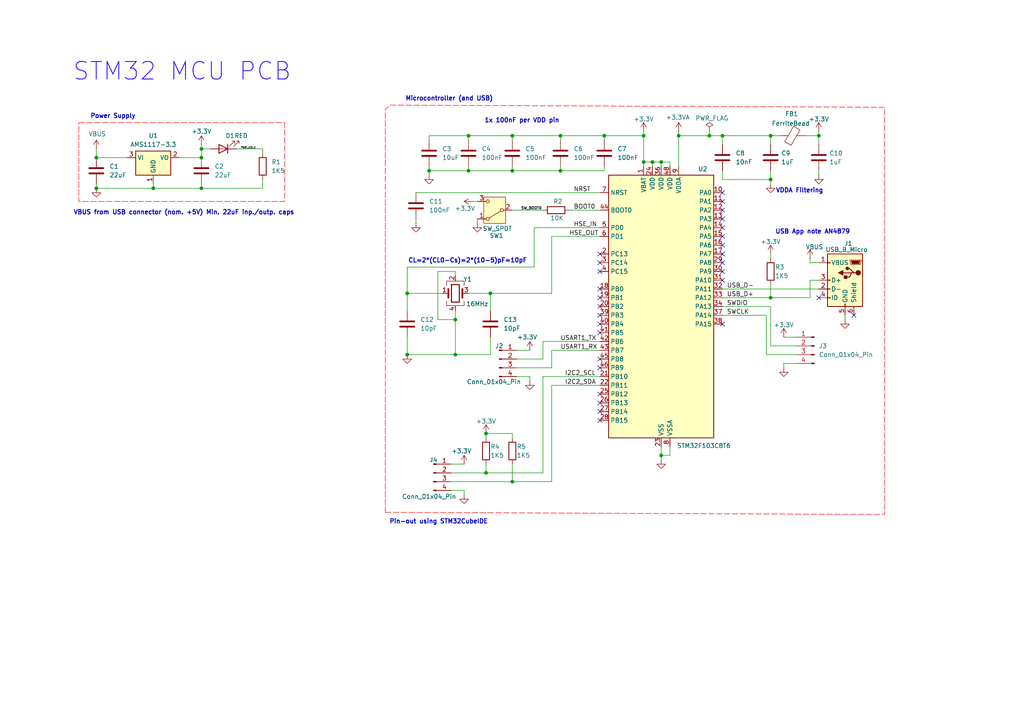
<source format=kicad_sch>
(kicad_sch
	(version 20250114)
	(generator "eeschema")
	(generator_version "9.0")
	(uuid "f3c678e9-6b01-410d-a1a4-2a899d29946f")
	(paper "A4")
	(title_block
		(title "STM32 MCU PCB")
		(date "2025-07-21")
		(rev "0.1")
		(company "Phil's Lab")
	)
	(lib_symbols
		(symbol "Connector:Conn_01x04_Pin"
			(pin_names
				(offset 1.016)
				(hide yes)
			)
			(exclude_from_sim no)
			(in_bom yes)
			(on_board yes)
			(property "Reference" "J"
				(at 0 5.08 0)
				(effects
					(font
						(size 1.27 1.27)
					)
				)
			)
			(property "Value" "Conn_01x04_Pin"
				(at 0 -7.62 0)
				(effects
					(font
						(size 1.27 1.27)
					)
				)
			)
			(property "Footprint" ""
				(at 0 0 0)
				(effects
					(font
						(size 1.27 1.27)
					)
					(hide yes)
				)
			)
			(property "Datasheet" "~"
				(at 0 0 0)
				(effects
					(font
						(size 1.27 1.27)
					)
					(hide yes)
				)
			)
			(property "Description" "Generic connector, single row, 01x04, script generated"
				(at 0 0 0)
				(effects
					(font
						(size 1.27 1.27)
					)
					(hide yes)
				)
			)
			(property "ki_locked" ""
				(at 0 0 0)
				(effects
					(font
						(size 1.27 1.27)
					)
				)
			)
			(property "ki_keywords" "connector"
				(at 0 0 0)
				(effects
					(font
						(size 1.27 1.27)
					)
					(hide yes)
				)
			)
			(property "ki_fp_filters" "Connector*:*_1x??_*"
				(at 0 0 0)
				(effects
					(font
						(size 1.27 1.27)
					)
					(hide yes)
				)
			)
			(symbol "Conn_01x04_Pin_1_1"
				(rectangle
					(start 0.8636 2.667)
					(end 0 2.413)
					(stroke
						(width 0.1524)
						(type default)
					)
					(fill
						(type outline)
					)
				)
				(rectangle
					(start 0.8636 0.127)
					(end 0 -0.127)
					(stroke
						(width 0.1524)
						(type default)
					)
					(fill
						(type outline)
					)
				)
				(rectangle
					(start 0.8636 -2.413)
					(end 0 -2.667)
					(stroke
						(width 0.1524)
						(type default)
					)
					(fill
						(type outline)
					)
				)
				(rectangle
					(start 0.8636 -4.953)
					(end 0 -5.207)
					(stroke
						(width 0.1524)
						(type default)
					)
					(fill
						(type outline)
					)
				)
				(polyline
					(pts
						(xy 1.27 2.54) (xy 0.8636 2.54)
					)
					(stroke
						(width 0.1524)
						(type default)
					)
					(fill
						(type none)
					)
				)
				(polyline
					(pts
						(xy 1.27 0) (xy 0.8636 0)
					)
					(stroke
						(width 0.1524)
						(type default)
					)
					(fill
						(type none)
					)
				)
				(polyline
					(pts
						(xy 1.27 -2.54) (xy 0.8636 -2.54)
					)
					(stroke
						(width 0.1524)
						(type default)
					)
					(fill
						(type none)
					)
				)
				(polyline
					(pts
						(xy 1.27 -5.08) (xy 0.8636 -5.08)
					)
					(stroke
						(width 0.1524)
						(type default)
					)
					(fill
						(type none)
					)
				)
				(pin passive line
					(at 5.08 2.54 180)
					(length 3.81)
					(name "Pin_1"
						(effects
							(font
								(size 1.27 1.27)
							)
						)
					)
					(number "1"
						(effects
							(font
								(size 1.27 1.27)
							)
						)
					)
				)
				(pin passive line
					(at 5.08 0 180)
					(length 3.81)
					(name "Pin_2"
						(effects
							(font
								(size 1.27 1.27)
							)
						)
					)
					(number "2"
						(effects
							(font
								(size 1.27 1.27)
							)
						)
					)
				)
				(pin passive line
					(at 5.08 -2.54 180)
					(length 3.81)
					(name "Pin_3"
						(effects
							(font
								(size 1.27 1.27)
							)
						)
					)
					(number "3"
						(effects
							(font
								(size 1.27 1.27)
							)
						)
					)
				)
				(pin passive line
					(at 5.08 -5.08 180)
					(length 3.81)
					(name "Pin_4"
						(effects
							(font
								(size 1.27 1.27)
							)
						)
					)
					(number "4"
						(effects
							(font
								(size 1.27 1.27)
							)
						)
					)
				)
			)
			(embedded_fonts no)
		)
		(symbol "Connector:USB_B_Micro"
			(pin_names
				(offset 1.016)
			)
			(exclude_from_sim no)
			(in_bom yes)
			(on_board yes)
			(property "Reference" "J"
				(at -5.08 11.43 0)
				(effects
					(font
						(size 1.27 1.27)
					)
					(justify left)
				)
			)
			(property "Value" "USB_B_Micro"
				(at -5.08 8.89 0)
				(effects
					(font
						(size 1.27 1.27)
					)
					(justify left)
				)
			)
			(property "Footprint" ""
				(at 3.81 -1.27 0)
				(effects
					(font
						(size 1.27 1.27)
					)
					(hide yes)
				)
			)
			(property "Datasheet" "~"
				(at 3.81 -1.27 0)
				(effects
					(font
						(size 1.27 1.27)
					)
					(hide yes)
				)
			)
			(property "Description" "USB Micro Type B connector"
				(at 0 0 0)
				(effects
					(font
						(size 1.27 1.27)
					)
					(hide yes)
				)
			)
			(property "ki_keywords" "connector USB micro"
				(at 0 0 0)
				(effects
					(font
						(size 1.27 1.27)
					)
					(hide yes)
				)
			)
			(property "ki_fp_filters" "USB*Micro*B*"
				(at 0 0 0)
				(effects
					(font
						(size 1.27 1.27)
					)
					(hide yes)
				)
			)
			(symbol "USB_B_Micro_0_1"
				(rectangle
					(start -5.08 -7.62)
					(end 5.08 7.62)
					(stroke
						(width 0.254)
						(type default)
					)
					(fill
						(type background)
					)
				)
				(polyline
					(pts
						(xy -4.699 5.842) (xy -4.699 5.588) (xy -4.445 4.826) (xy -4.445 4.572) (xy -1.651 4.572) (xy -1.651 4.826)
						(xy -1.397 5.588) (xy -1.397 5.842) (xy -4.699 5.842)
					)
					(stroke
						(width 0)
						(type default)
					)
					(fill
						(type none)
					)
				)
				(polyline
					(pts
						(xy -4.318 5.588) (xy -1.778 5.588) (xy -2.032 4.826) (xy -4.064 4.826) (xy -4.318 5.588)
					)
					(stroke
						(width 0)
						(type default)
					)
					(fill
						(type outline)
					)
				)
				(circle
					(center -3.81 2.159)
					(radius 0.635)
					(stroke
						(width 0.254)
						(type default)
					)
					(fill
						(type outline)
					)
				)
				(polyline
					(pts
						(xy -3.175 2.159) (xy -2.54 2.159) (xy -1.27 3.429) (xy -0.635 3.429)
					)
					(stroke
						(width 0.254)
						(type default)
					)
					(fill
						(type none)
					)
				)
				(polyline
					(pts
						(xy -2.54 2.159) (xy -1.905 2.159) (xy -1.27 0.889) (xy 0 0.889)
					)
					(stroke
						(width 0.254)
						(type default)
					)
					(fill
						(type none)
					)
				)
				(polyline
					(pts
						(xy -1.905 2.159) (xy 0.635 2.159)
					)
					(stroke
						(width 0.254)
						(type default)
					)
					(fill
						(type none)
					)
				)
				(circle
					(center -0.635 3.429)
					(radius 0.381)
					(stroke
						(width 0.254)
						(type default)
					)
					(fill
						(type outline)
					)
				)
				(rectangle
					(start -0.127 -7.62)
					(end 0.127 -6.858)
					(stroke
						(width 0)
						(type default)
					)
					(fill
						(type none)
					)
				)
				(rectangle
					(start 0.254 1.27)
					(end -0.508 0.508)
					(stroke
						(width 0.254)
						(type default)
					)
					(fill
						(type outline)
					)
				)
				(polyline
					(pts
						(xy 0.635 2.794) (xy 0.635 1.524) (xy 1.905 2.159) (xy 0.635 2.794)
					)
					(stroke
						(width 0.254)
						(type default)
					)
					(fill
						(type outline)
					)
				)
				(rectangle
					(start 5.08 4.953)
					(end 4.318 5.207)
					(stroke
						(width 0)
						(type default)
					)
					(fill
						(type none)
					)
				)
				(rectangle
					(start 5.08 -0.127)
					(end 4.318 0.127)
					(stroke
						(width 0)
						(type default)
					)
					(fill
						(type none)
					)
				)
				(rectangle
					(start 5.08 -2.667)
					(end 4.318 -2.413)
					(stroke
						(width 0)
						(type default)
					)
					(fill
						(type none)
					)
				)
				(rectangle
					(start 5.08 -5.207)
					(end 4.318 -4.953)
					(stroke
						(width 0)
						(type default)
					)
					(fill
						(type none)
					)
				)
			)
			(symbol "USB_B_Micro_1_1"
				(pin passive line
					(at -2.54 -10.16 90)
					(length 2.54)
					(name "Shield"
						(effects
							(font
								(size 1.27 1.27)
							)
						)
					)
					(number "6"
						(effects
							(font
								(size 1.27 1.27)
							)
						)
					)
				)
				(pin power_out line
					(at 0 -10.16 90)
					(length 2.54)
					(name "GND"
						(effects
							(font
								(size 1.27 1.27)
							)
						)
					)
					(number "5"
						(effects
							(font
								(size 1.27 1.27)
							)
						)
					)
				)
				(pin power_out line
					(at 7.62 5.08 180)
					(length 2.54)
					(name "VBUS"
						(effects
							(font
								(size 1.27 1.27)
							)
						)
					)
					(number "1"
						(effects
							(font
								(size 1.27 1.27)
							)
						)
					)
				)
				(pin bidirectional line
					(at 7.62 0 180)
					(length 2.54)
					(name "D+"
						(effects
							(font
								(size 1.27 1.27)
							)
						)
					)
					(number "3"
						(effects
							(font
								(size 1.27 1.27)
							)
						)
					)
				)
				(pin bidirectional line
					(at 7.62 -2.54 180)
					(length 2.54)
					(name "D-"
						(effects
							(font
								(size 1.27 1.27)
							)
						)
					)
					(number "2"
						(effects
							(font
								(size 1.27 1.27)
							)
						)
					)
				)
				(pin passive line
					(at 7.62 -5.08 180)
					(length 2.54)
					(name "ID"
						(effects
							(font
								(size 1.27 1.27)
							)
						)
					)
					(number "4"
						(effects
							(font
								(size 1.27 1.27)
							)
						)
					)
				)
			)
			(embedded_fonts no)
		)
		(symbol "Device:C"
			(pin_numbers
				(hide yes)
			)
			(pin_names
				(offset 0.254)
			)
			(exclude_from_sim no)
			(in_bom yes)
			(on_board yes)
			(property "Reference" "C"
				(at 0.635 2.54 0)
				(effects
					(font
						(size 1.27 1.27)
					)
					(justify left)
				)
			)
			(property "Value" "C"
				(at 0.635 -2.54 0)
				(effects
					(font
						(size 1.27 1.27)
					)
					(justify left)
				)
			)
			(property "Footprint" ""
				(at 0.9652 -3.81 0)
				(effects
					(font
						(size 1.27 1.27)
					)
					(hide yes)
				)
			)
			(property "Datasheet" "~"
				(at 0 0 0)
				(effects
					(font
						(size 1.27 1.27)
					)
					(hide yes)
				)
			)
			(property "Description" "Unpolarized capacitor"
				(at 0 0 0)
				(effects
					(font
						(size 1.27 1.27)
					)
					(hide yes)
				)
			)
			(property "ki_keywords" "cap capacitor"
				(at 0 0 0)
				(effects
					(font
						(size 1.27 1.27)
					)
					(hide yes)
				)
			)
			(property "ki_fp_filters" "C_*"
				(at 0 0 0)
				(effects
					(font
						(size 1.27 1.27)
					)
					(hide yes)
				)
			)
			(symbol "C_0_1"
				(polyline
					(pts
						(xy -2.032 0.762) (xy 2.032 0.762)
					)
					(stroke
						(width 0.508)
						(type default)
					)
					(fill
						(type none)
					)
				)
				(polyline
					(pts
						(xy -2.032 -0.762) (xy 2.032 -0.762)
					)
					(stroke
						(width 0.508)
						(type default)
					)
					(fill
						(type none)
					)
				)
			)
			(symbol "C_1_1"
				(pin passive line
					(at 0 3.81 270)
					(length 2.794)
					(name "~"
						(effects
							(font
								(size 1.27 1.27)
							)
						)
					)
					(number "1"
						(effects
							(font
								(size 1.27 1.27)
							)
						)
					)
				)
				(pin passive line
					(at 0 -3.81 90)
					(length 2.794)
					(name "~"
						(effects
							(font
								(size 1.27 1.27)
							)
						)
					)
					(number "2"
						(effects
							(font
								(size 1.27 1.27)
							)
						)
					)
				)
			)
			(embedded_fonts no)
		)
		(symbol "Device:Crystal_GND24"
			(pin_names
				(offset 1.016)
				(hide yes)
			)
			(exclude_from_sim no)
			(in_bom yes)
			(on_board yes)
			(property "Reference" "Y"
				(at 3.175 5.08 0)
				(effects
					(font
						(size 1.27 1.27)
					)
					(justify left)
				)
			)
			(property "Value" "Crystal_GND24"
				(at 3.175 3.175 0)
				(effects
					(font
						(size 1.27 1.27)
					)
					(justify left)
				)
			)
			(property "Footprint" ""
				(at 0 0 0)
				(effects
					(font
						(size 1.27 1.27)
					)
					(hide yes)
				)
			)
			(property "Datasheet" "~"
				(at 0 0 0)
				(effects
					(font
						(size 1.27 1.27)
					)
					(hide yes)
				)
			)
			(property "Description" "Four pin crystal, GND on pins 2 and 4"
				(at 0 0 0)
				(effects
					(font
						(size 1.27 1.27)
					)
					(hide yes)
				)
			)
			(property "ki_keywords" "quartz ceramic resonator oscillator"
				(at 0 0 0)
				(effects
					(font
						(size 1.27 1.27)
					)
					(hide yes)
				)
			)
			(property "ki_fp_filters" "Crystal*"
				(at 0 0 0)
				(effects
					(font
						(size 1.27 1.27)
					)
					(hide yes)
				)
			)
			(symbol "Crystal_GND24_0_1"
				(polyline
					(pts
						(xy -2.54 2.286) (xy -2.54 3.556) (xy 2.54 3.556) (xy 2.54 2.286)
					)
					(stroke
						(width 0)
						(type default)
					)
					(fill
						(type none)
					)
				)
				(polyline
					(pts
						(xy -2.54 0) (xy -2.032 0)
					)
					(stroke
						(width 0)
						(type default)
					)
					(fill
						(type none)
					)
				)
				(polyline
					(pts
						(xy -2.54 -2.286) (xy -2.54 -3.556) (xy 2.54 -3.556) (xy 2.54 -2.286)
					)
					(stroke
						(width 0)
						(type default)
					)
					(fill
						(type none)
					)
				)
				(polyline
					(pts
						(xy -2.032 -1.27) (xy -2.032 1.27)
					)
					(stroke
						(width 0.508)
						(type default)
					)
					(fill
						(type none)
					)
				)
				(rectangle
					(start -1.143 2.54)
					(end 1.143 -2.54)
					(stroke
						(width 0.3048)
						(type default)
					)
					(fill
						(type none)
					)
				)
				(polyline
					(pts
						(xy 0 3.556) (xy 0 3.81)
					)
					(stroke
						(width 0)
						(type default)
					)
					(fill
						(type none)
					)
				)
				(polyline
					(pts
						(xy 0 -3.81) (xy 0 -3.556)
					)
					(stroke
						(width 0)
						(type default)
					)
					(fill
						(type none)
					)
				)
				(polyline
					(pts
						(xy 2.032 0) (xy 2.54 0)
					)
					(stroke
						(width 0)
						(type default)
					)
					(fill
						(type none)
					)
				)
				(polyline
					(pts
						(xy 2.032 -1.27) (xy 2.032 1.27)
					)
					(stroke
						(width 0.508)
						(type default)
					)
					(fill
						(type none)
					)
				)
			)
			(symbol "Crystal_GND24_1_1"
				(pin passive line
					(at -3.81 0 0)
					(length 1.27)
					(name "1"
						(effects
							(font
								(size 1.27 1.27)
							)
						)
					)
					(number "1"
						(effects
							(font
								(size 1.27 1.27)
							)
						)
					)
				)
				(pin passive line
					(at 0 5.08 270)
					(length 1.27)
					(name "2"
						(effects
							(font
								(size 1.27 1.27)
							)
						)
					)
					(number "2"
						(effects
							(font
								(size 1.27 1.27)
							)
						)
					)
				)
				(pin passive line
					(at 0 -5.08 90)
					(length 1.27)
					(name "4"
						(effects
							(font
								(size 1.27 1.27)
							)
						)
					)
					(number "4"
						(effects
							(font
								(size 1.27 1.27)
							)
						)
					)
				)
				(pin passive line
					(at 3.81 0 180)
					(length 1.27)
					(name "3"
						(effects
							(font
								(size 1.27 1.27)
							)
						)
					)
					(number "3"
						(effects
							(font
								(size 1.27 1.27)
							)
						)
					)
				)
			)
			(embedded_fonts no)
		)
		(symbol "Device:FerriteBead"
			(pin_numbers
				(hide yes)
			)
			(pin_names
				(offset 0)
			)
			(exclude_from_sim no)
			(in_bom yes)
			(on_board yes)
			(property "Reference" "FB"
				(at -3.81 0.635 90)
				(effects
					(font
						(size 1.27 1.27)
					)
				)
			)
			(property "Value" "FerriteBead"
				(at 3.81 0 90)
				(effects
					(font
						(size 1.27 1.27)
					)
				)
			)
			(property "Footprint" ""
				(at -1.778 0 90)
				(effects
					(font
						(size 1.27 1.27)
					)
					(hide yes)
				)
			)
			(property "Datasheet" "~"
				(at 0 0 0)
				(effects
					(font
						(size 1.27 1.27)
					)
					(hide yes)
				)
			)
			(property "Description" "Ferrite bead"
				(at 0 0 0)
				(effects
					(font
						(size 1.27 1.27)
					)
					(hide yes)
				)
			)
			(property "ki_keywords" "L ferrite bead inductor filter"
				(at 0 0 0)
				(effects
					(font
						(size 1.27 1.27)
					)
					(hide yes)
				)
			)
			(property "ki_fp_filters" "Inductor_* L_* *Ferrite*"
				(at 0 0 0)
				(effects
					(font
						(size 1.27 1.27)
					)
					(hide yes)
				)
			)
			(symbol "FerriteBead_0_1"
				(polyline
					(pts
						(xy -2.7686 0.4064) (xy -1.7018 2.2606) (xy 2.7686 -0.3048) (xy 1.6764 -2.159) (xy -2.7686 0.4064)
					)
					(stroke
						(width 0)
						(type default)
					)
					(fill
						(type none)
					)
				)
				(polyline
					(pts
						(xy 0 1.27) (xy 0 1.2954)
					)
					(stroke
						(width 0)
						(type default)
					)
					(fill
						(type none)
					)
				)
				(polyline
					(pts
						(xy 0 -1.27) (xy 0 -1.2192)
					)
					(stroke
						(width 0)
						(type default)
					)
					(fill
						(type none)
					)
				)
			)
			(symbol "FerriteBead_1_1"
				(pin passive line
					(at 0 3.81 270)
					(length 2.54)
					(name "~"
						(effects
							(font
								(size 1.27 1.27)
							)
						)
					)
					(number "1"
						(effects
							(font
								(size 1.27 1.27)
							)
						)
					)
				)
				(pin passive line
					(at 0 -3.81 90)
					(length 2.54)
					(name "~"
						(effects
							(font
								(size 1.27 1.27)
							)
						)
					)
					(number "2"
						(effects
							(font
								(size 1.27 1.27)
							)
						)
					)
				)
			)
			(embedded_fonts no)
		)
		(symbol "Device:LED"
			(pin_numbers
				(hide yes)
			)
			(pin_names
				(offset 1.016)
				(hide yes)
			)
			(exclude_from_sim no)
			(in_bom yes)
			(on_board yes)
			(property "Reference" "D"
				(at 0 2.54 0)
				(effects
					(font
						(size 1.27 1.27)
					)
				)
			)
			(property "Value" "LED"
				(at 0 -2.54 0)
				(effects
					(font
						(size 1.27 1.27)
					)
				)
			)
			(property "Footprint" ""
				(at 0 0 0)
				(effects
					(font
						(size 1.27 1.27)
					)
					(hide yes)
				)
			)
			(property "Datasheet" "~"
				(at 0 0 0)
				(effects
					(font
						(size 1.27 1.27)
					)
					(hide yes)
				)
			)
			(property "Description" "Light emitting diode"
				(at 0 0 0)
				(effects
					(font
						(size 1.27 1.27)
					)
					(hide yes)
				)
			)
			(property "Sim.Pins" "1=K 2=A"
				(at 0 0 0)
				(effects
					(font
						(size 1.27 1.27)
					)
					(hide yes)
				)
			)
			(property "ki_keywords" "LED diode"
				(at 0 0 0)
				(effects
					(font
						(size 1.27 1.27)
					)
					(hide yes)
				)
			)
			(property "ki_fp_filters" "LED* LED_SMD:* LED_THT:*"
				(at 0 0 0)
				(effects
					(font
						(size 1.27 1.27)
					)
					(hide yes)
				)
			)
			(symbol "LED_0_1"
				(polyline
					(pts
						(xy -3.048 -0.762) (xy -4.572 -2.286) (xy -3.81 -2.286) (xy -4.572 -2.286) (xy -4.572 -1.524)
					)
					(stroke
						(width 0)
						(type default)
					)
					(fill
						(type none)
					)
				)
				(polyline
					(pts
						(xy -1.778 -0.762) (xy -3.302 -2.286) (xy -2.54 -2.286) (xy -3.302 -2.286) (xy -3.302 -1.524)
					)
					(stroke
						(width 0)
						(type default)
					)
					(fill
						(type none)
					)
				)
				(polyline
					(pts
						(xy -1.27 0) (xy 1.27 0)
					)
					(stroke
						(width 0)
						(type default)
					)
					(fill
						(type none)
					)
				)
				(polyline
					(pts
						(xy -1.27 -1.27) (xy -1.27 1.27)
					)
					(stroke
						(width 0.254)
						(type default)
					)
					(fill
						(type none)
					)
				)
				(polyline
					(pts
						(xy 1.27 -1.27) (xy 1.27 1.27) (xy -1.27 0) (xy 1.27 -1.27)
					)
					(stroke
						(width 0.254)
						(type default)
					)
					(fill
						(type none)
					)
				)
			)
			(symbol "LED_1_1"
				(pin passive line
					(at -3.81 0 0)
					(length 2.54)
					(name "K"
						(effects
							(font
								(size 1.27 1.27)
							)
						)
					)
					(number "1"
						(effects
							(font
								(size 1.27 1.27)
							)
						)
					)
				)
				(pin passive line
					(at 3.81 0 180)
					(length 2.54)
					(name "A"
						(effects
							(font
								(size 1.27 1.27)
							)
						)
					)
					(number "2"
						(effects
							(font
								(size 1.27 1.27)
							)
						)
					)
				)
			)
			(embedded_fonts no)
		)
		(symbol "Device:R"
			(pin_numbers
				(hide yes)
			)
			(pin_names
				(offset 0)
			)
			(exclude_from_sim no)
			(in_bom yes)
			(on_board yes)
			(property "Reference" "R"
				(at 2.032 0 90)
				(effects
					(font
						(size 1.27 1.27)
					)
				)
			)
			(property "Value" "R"
				(at 0 0 90)
				(effects
					(font
						(size 1.27 1.27)
					)
				)
			)
			(property "Footprint" ""
				(at -1.778 0 90)
				(effects
					(font
						(size 1.27 1.27)
					)
					(hide yes)
				)
			)
			(property "Datasheet" "~"
				(at 0 0 0)
				(effects
					(font
						(size 1.27 1.27)
					)
					(hide yes)
				)
			)
			(property "Description" "Resistor"
				(at 0 0 0)
				(effects
					(font
						(size 1.27 1.27)
					)
					(hide yes)
				)
			)
			(property "ki_keywords" "R res resistor"
				(at 0 0 0)
				(effects
					(font
						(size 1.27 1.27)
					)
					(hide yes)
				)
			)
			(property "ki_fp_filters" "R_*"
				(at 0 0 0)
				(effects
					(font
						(size 1.27 1.27)
					)
					(hide yes)
				)
			)
			(symbol "R_0_1"
				(rectangle
					(start -1.016 -2.54)
					(end 1.016 2.54)
					(stroke
						(width 0.254)
						(type default)
					)
					(fill
						(type none)
					)
				)
			)
			(symbol "R_1_1"
				(pin passive line
					(at 0 3.81 270)
					(length 1.27)
					(name "~"
						(effects
							(font
								(size 1.27 1.27)
							)
						)
					)
					(number "1"
						(effects
							(font
								(size 1.27 1.27)
							)
						)
					)
				)
				(pin passive line
					(at 0 -3.81 90)
					(length 1.27)
					(name "~"
						(effects
							(font
								(size 1.27 1.27)
							)
						)
					)
					(number "2"
						(effects
							(font
								(size 1.27 1.27)
							)
						)
					)
				)
			)
			(embedded_fonts no)
		)
		(symbol "MCU_ST_STM32F1:STM32F103C8Tx"
			(exclude_from_sim no)
			(in_bom yes)
			(on_board yes)
			(property "Reference" "U"
				(at -15.24 39.37 0)
				(effects
					(font
						(size 1.27 1.27)
					)
					(justify left)
				)
			)
			(property "Value" "STM32F103C8Tx"
				(at 7.62 39.37 0)
				(effects
					(font
						(size 1.27 1.27)
					)
					(justify left)
				)
			)
			(property "Footprint" "Package_QFP:LQFP-48_7x7mm_P0.5mm"
				(at -15.24 -38.1 0)
				(effects
					(font
						(size 1.27 1.27)
					)
					(justify right)
					(hide yes)
				)
			)
			(property "Datasheet" "https://www.st.com/resource/en/datasheet/stm32f103c8.pdf"
				(at 0 0 0)
				(effects
					(font
						(size 1.27 1.27)
					)
					(hide yes)
				)
			)
			(property "Description" "STMicroelectronics Arm Cortex-M3 MCU, 64KB flash, 20KB RAM, 72 MHz, 2.0-3.6V, 37 GPIO, LQFP48"
				(at 0 0 0)
				(effects
					(font
						(size 1.27 1.27)
					)
					(hide yes)
				)
			)
			(property "ki_keywords" "Arm Cortex-M3 STM32F1 STM32F103"
				(at 0 0 0)
				(effects
					(font
						(size 1.27 1.27)
					)
					(hide yes)
				)
			)
			(property "ki_fp_filters" "LQFP*7x7mm*P0.5mm*"
				(at 0 0 0)
				(effects
					(font
						(size 1.27 1.27)
					)
					(hide yes)
				)
			)
			(symbol "STM32F103C8Tx_0_1"
				(rectangle
					(start -15.24 -38.1)
					(end 15.24 38.1)
					(stroke
						(width 0.254)
						(type default)
					)
					(fill
						(type background)
					)
				)
			)
			(symbol "STM32F103C8Tx_1_1"
				(pin input line
					(at -17.78 33.02 0)
					(length 2.54)
					(name "NRST"
						(effects
							(font
								(size 1.27 1.27)
							)
						)
					)
					(number "7"
						(effects
							(font
								(size 1.27 1.27)
							)
						)
					)
				)
				(pin input line
					(at -17.78 27.94 0)
					(length 2.54)
					(name "BOOT0"
						(effects
							(font
								(size 1.27 1.27)
							)
						)
					)
					(number "44"
						(effects
							(font
								(size 1.27 1.27)
							)
						)
					)
				)
				(pin bidirectional line
					(at -17.78 22.86 0)
					(length 2.54)
					(name "PD0"
						(effects
							(font
								(size 1.27 1.27)
							)
						)
					)
					(number "5"
						(effects
							(font
								(size 1.27 1.27)
							)
						)
					)
					(alternate "RCC_OSC_IN" bidirectional line)
				)
				(pin bidirectional line
					(at -17.78 20.32 0)
					(length 2.54)
					(name "PD1"
						(effects
							(font
								(size 1.27 1.27)
							)
						)
					)
					(number "6"
						(effects
							(font
								(size 1.27 1.27)
							)
						)
					)
					(alternate "RCC_OSC_OUT" bidirectional line)
				)
				(pin bidirectional line
					(at -17.78 15.24 0)
					(length 2.54)
					(name "PC13"
						(effects
							(font
								(size 1.27 1.27)
							)
						)
					)
					(number "2"
						(effects
							(font
								(size 1.27 1.27)
							)
						)
					)
					(alternate "RTC_OUT" bidirectional line)
					(alternate "RTC_TAMPER" bidirectional line)
				)
				(pin bidirectional line
					(at -17.78 12.7 0)
					(length 2.54)
					(name "PC14"
						(effects
							(font
								(size 1.27 1.27)
							)
						)
					)
					(number "3"
						(effects
							(font
								(size 1.27 1.27)
							)
						)
					)
					(alternate "RCC_OSC32_IN" bidirectional line)
				)
				(pin bidirectional line
					(at -17.78 10.16 0)
					(length 2.54)
					(name "PC15"
						(effects
							(font
								(size 1.27 1.27)
							)
						)
					)
					(number "4"
						(effects
							(font
								(size 1.27 1.27)
							)
						)
					)
					(alternate "ADC1_EXTI15" bidirectional line)
					(alternate "ADC2_EXTI15" bidirectional line)
					(alternate "RCC_OSC32_OUT" bidirectional line)
				)
				(pin bidirectional line
					(at -17.78 5.08 0)
					(length 2.54)
					(name "PB0"
						(effects
							(font
								(size 1.27 1.27)
							)
						)
					)
					(number "18"
						(effects
							(font
								(size 1.27 1.27)
							)
						)
					)
					(alternate "ADC1_IN8" bidirectional line)
					(alternate "ADC2_IN8" bidirectional line)
					(alternate "TIM1_CH2N" bidirectional line)
					(alternate "TIM3_CH3" bidirectional line)
				)
				(pin bidirectional line
					(at -17.78 2.54 0)
					(length 2.54)
					(name "PB1"
						(effects
							(font
								(size 1.27 1.27)
							)
						)
					)
					(number "19"
						(effects
							(font
								(size 1.27 1.27)
							)
						)
					)
					(alternate "ADC1_IN9" bidirectional line)
					(alternate "ADC2_IN9" bidirectional line)
					(alternate "TIM1_CH3N" bidirectional line)
					(alternate "TIM3_CH4" bidirectional line)
				)
				(pin bidirectional line
					(at -17.78 0 0)
					(length 2.54)
					(name "PB2"
						(effects
							(font
								(size 1.27 1.27)
							)
						)
					)
					(number "20"
						(effects
							(font
								(size 1.27 1.27)
							)
						)
					)
				)
				(pin bidirectional line
					(at -17.78 -2.54 0)
					(length 2.54)
					(name "PB3"
						(effects
							(font
								(size 1.27 1.27)
							)
						)
					)
					(number "39"
						(effects
							(font
								(size 1.27 1.27)
							)
						)
					)
					(alternate "SPI1_SCK" bidirectional line)
					(alternate "SYS_JTDO-TRACESWO" bidirectional line)
					(alternate "TIM2_CH2" bidirectional line)
				)
				(pin bidirectional line
					(at -17.78 -5.08 0)
					(length 2.54)
					(name "PB4"
						(effects
							(font
								(size 1.27 1.27)
							)
						)
					)
					(number "40"
						(effects
							(font
								(size 1.27 1.27)
							)
						)
					)
					(alternate "SPI1_MISO" bidirectional line)
					(alternate "SYS_NJTRST" bidirectional line)
					(alternate "TIM3_CH1" bidirectional line)
				)
				(pin bidirectional line
					(at -17.78 -7.62 0)
					(length 2.54)
					(name "PB5"
						(effects
							(font
								(size 1.27 1.27)
							)
						)
					)
					(number "41"
						(effects
							(font
								(size 1.27 1.27)
							)
						)
					)
					(alternate "I2C1_SMBA" bidirectional line)
					(alternate "SPI1_MOSI" bidirectional line)
					(alternate "TIM3_CH2" bidirectional line)
				)
				(pin bidirectional line
					(at -17.78 -10.16 0)
					(length 2.54)
					(name "PB6"
						(effects
							(font
								(size 1.27 1.27)
							)
						)
					)
					(number "42"
						(effects
							(font
								(size 1.27 1.27)
							)
						)
					)
					(alternate "I2C1_SCL" bidirectional line)
					(alternate "TIM4_CH1" bidirectional line)
					(alternate "USART1_TX" bidirectional line)
				)
				(pin bidirectional line
					(at -17.78 -12.7 0)
					(length 2.54)
					(name "PB7"
						(effects
							(font
								(size 1.27 1.27)
							)
						)
					)
					(number "43"
						(effects
							(font
								(size 1.27 1.27)
							)
						)
					)
					(alternate "I2C1_SDA" bidirectional line)
					(alternate "TIM4_CH2" bidirectional line)
					(alternate "USART1_RX" bidirectional line)
				)
				(pin bidirectional line
					(at -17.78 -15.24 0)
					(length 2.54)
					(name "PB8"
						(effects
							(font
								(size 1.27 1.27)
							)
						)
					)
					(number "45"
						(effects
							(font
								(size 1.27 1.27)
							)
						)
					)
					(alternate "CAN_RX" bidirectional line)
					(alternate "I2C1_SCL" bidirectional line)
					(alternate "TIM4_CH3" bidirectional line)
				)
				(pin bidirectional line
					(at -17.78 -17.78 0)
					(length 2.54)
					(name "PB9"
						(effects
							(font
								(size 1.27 1.27)
							)
						)
					)
					(number "46"
						(effects
							(font
								(size 1.27 1.27)
							)
						)
					)
					(alternate "CAN_TX" bidirectional line)
					(alternate "I2C1_SDA" bidirectional line)
					(alternate "TIM4_CH4" bidirectional line)
				)
				(pin bidirectional line
					(at -17.78 -20.32 0)
					(length 2.54)
					(name "PB10"
						(effects
							(font
								(size 1.27 1.27)
							)
						)
					)
					(number "21"
						(effects
							(font
								(size 1.27 1.27)
							)
						)
					)
					(alternate "I2C2_SCL" bidirectional line)
					(alternate "TIM2_CH3" bidirectional line)
					(alternate "USART3_TX" bidirectional line)
				)
				(pin bidirectional line
					(at -17.78 -22.86 0)
					(length 2.54)
					(name "PB11"
						(effects
							(font
								(size 1.27 1.27)
							)
						)
					)
					(number "22"
						(effects
							(font
								(size 1.27 1.27)
							)
						)
					)
					(alternate "ADC1_EXTI11" bidirectional line)
					(alternate "ADC2_EXTI11" bidirectional line)
					(alternate "I2C2_SDA" bidirectional line)
					(alternate "TIM2_CH4" bidirectional line)
					(alternate "USART3_RX" bidirectional line)
				)
				(pin bidirectional line
					(at -17.78 -25.4 0)
					(length 2.54)
					(name "PB12"
						(effects
							(font
								(size 1.27 1.27)
							)
						)
					)
					(number "25"
						(effects
							(font
								(size 1.27 1.27)
							)
						)
					)
					(alternate "I2C2_SMBA" bidirectional line)
					(alternate "SPI2_NSS" bidirectional line)
					(alternate "TIM1_BKIN" bidirectional line)
					(alternate "USART3_CK" bidirectional line)
				)
				(pin bidirectional line
					(at -17.78 -27.94 0)
					(length 2.54)
					(name "PB13"
						(effects
							(font
								(size 1.27 1.27)
							)
						)
					)
					(number "26"
						(effects
							(font
								(size 1.27 1.27)
							)
						)
					)
					(alternate "SPI2_SCK" bidirectional line)
					(alternate "TIM1_CH1N" bidirectional line)
					(alternate "USART3_CTS" bidirectional line)
				)
				(pin bidirectional line
					(at -17.78 -30.48 0)
					(length 2.54)
					(name "PB14"
						(effects
							(font
								(size 1.27 1.27)
							)
						)
					)
					(number "27"
						(effects
							(font
								(size 1.27 1.27)
							)
						)
					)
					(alternate "SPI2_MISO" bidirectional line)
					(alternate "TIM1_CH2N" bidirectional line)
					(alternate "USART3_RTS" bidirectional line)
				)
				(pin bidirectional line
					(at -17.78 -33.02 0)
					(length 2.54)
					(name "PB15"
						(effects
							(font
								(size 1.27 1.27)
							)
						)
					)
					(number "28"
						(effects
							(font
								(size 1.27 1.27)
							)
						)
					)
					(alternate "ADC1_EXTI15" bidirectional line)
					(alternate "ADC2_EXTI15" bidirectional line)
					(alternate "SPI2_MOSI" bidirectional line)
					(alternate "TIM1_CH3N" bidirectional line)
				)
				(pin power_in line
					(at -5.08 40.64 270)
					(length 2.54)
					(name "VBAT"
						(effects
							(font
								(size 1.27 1.27)
							)
						)
					)
					(number "1"
						(effects
							(font
								(size 1.27 1.27)
							)
						)
					)
				)
				(pin power_in line
					(at -2.54 40.64 270)
					(length 2.54)
					(name "VDD"
						(effects
							(font
								(size 1.27 1.27)
							)
						)
					)
					(number "24"
						(effects
							(font
								(size 1.27 1.27)
							)
						)
					)
				)
				(pin power_in line
					(at 0 40.64 270)
					(length 2.54)
					(name "VDD"
						(effects
							(font
								(size 1.27 1.27)
							)
						)
					)
					(number "36"
						(effects
							(font
								(size 1.27 1.27)
							)
						)
					)
				)
				(pin power_in line
					(at 0 -40.64 90)
					(length 2.54)
					(name "VSS"
						(effects
							(font
								(size 1.27 1.27)
							)
						)
					)
					(number "23"
						(effects
							(font
								(size 1.27 1.27)
							)
						)
					)
				)
				(pin passive line
					(at 0 -40.64 90)
					(length 2.54)
					(hide yes)
					(name "VSS"
						(effects
							(font
								(size 1.27 1.27)
							)
						)
					)
					(number "35"
						(effects
							(font
								(size 1.27 1.27)
							)
						)
					)
				)
				(pin passive line
					(at 0 -40.64 90)
					(length 2.54)
					(hide yes)
					(name "VSS"
						(effects
							(font
								(size 1.27 1.27)
							)
						)
					)
					(number "47"
						(effects
							(font
								(size 1.27 1.27)
							)
						)
					)
				)
				(pin power_in line
					(at 2.54 40.64 270)
					(length 2.54)
					(name "VDD"
						(effects
							(font
								(size 1.27 1.27)
							)
						)
					)
					(number "48"
						(effects
							(font
								(size 1.27 1.27)
							)
						)
					)
				)
				(pin power_in line
					(at 2.54 -40.64 90)
					(length 2.54)
					(name "VSSA"
						(effects
							(font
								(size 1.27 1.27)
							)
						)
					)
					(number "8"
						(effects
							(font
								(size 1.27 1.27)
							)
						)
					)
				)
				(pin power_in line
					(at 5.08 40.64 270)
					(length 2.54)
					(name "VDDA"
						(effects
							(font
								(size 1.27 1.27)
							)
						)
					)
					(number "9"
						(effects
							(font
								(size 1.27 1.27)
							)
						)
					)
				)
				(pin bidirectional line
					(at 17.78 33.02 180)
					(length 2.54)
					(name "PA0"
						(effects
							(font
								(size 1.27 1.27)
							)
						)
					)
					(number "10"
						(effects
							(font
								(size 1.27 1.27)
							)
						)
					)
					(alternate "ADC1_IN0" bidirectional line)
					(alternate "ADC2_IN0" bidirectional line)
					(alternate "SYS_WKUP" bidirectional line)
					(alternate "TIM2_CH1" bidirectional line)
					(alternate "TIM2_ETR" bidirectional line)
					(alternate "USART2_CTS" bidirectional line)
				)
				(pin bidirectional line
					(at 17.78 30.48 180)
					(length 2.54)
					(name "PA1"
						(effects
							(font
								(size 1.27 1.27)
							)
						)
					)
					(number "11"
						(effects
							(font
								(size 1.27 1.27)
							)
						)
					)
					(alternate "ADC1_IN1" bidirectional line)
					(alternate "ADC2_IN1" bidirectional line)
					(alternate "TIM2_CH2" bidirectional line)
					(alternate "USART2_RTS" bidirectional line)
				)
				(pin bidirectional line
					(at 17.78 27.94 180)
					(length 2.54)
					(name "PA2"
						(effects
							(font
								(size 1.27 1.27)
							)
						)
					)
					(number "12"
						(effects
							(font
								(size 1.27 1.27)
							)
						)
					)
					(alternate "ADC1_IN2" bidirectional line)
					(alternate "ADC2_IN2" bidirectional line)
					(alternate "TIM2_CH3" bidirectional line)
					(alternate "USART2_TX" bidirectional line)
				)
				(pin bidirectional line
					(at 17.78 25.4 180)
					(length 2.54)
					(name "PA3"
						(effects
							(font
								(size 1.27 1.27)
							)
						)
					)
					(number "13"
						(effects
							(font
								(size 1.27 1.27)
							)
						)
					)
					(alternate "ADC1_IN3" bidirectional line)
					(alternate "ADC2_IN3" bidirectional line)
					(alternate "TIM2_CH4" bidirectional line)
					(alternate "USART2_RX" bidirectional line)
				)
				(pin bidirectional line
					(at 17.78 22.86 180)
					(length 2.54)
					(name "PA4"
						(effects
							(font
								(size 1.27 1.27)
							)
						)
					)
					(number "14"
						(effects
							(font
								(size 1.27 1.27)
							)
						)
					)
					(alternate "ADC1_IN4" bidirectional line)
					(alternate "ADC2_IN4" bidirectional line)
					(alternate "SPI1_NSS" bidirectional line)
					(alternate "USART2_CK" bidirectional line)
				)
				(pin bidirectional line
					(at 17.78 20.32 180)
					(length 2.54)
					(name "PA5"
						(effects
							(font
								(size 1.27 1.27)
							)
						)
					)
					(number "15"
						(effects
							(font
								(size 1.27 1.27)
							)
						)
					)
					(alternate "ADC1_IN5" bidirectional line)
					(alternate "ADC2_IN5" bidirectional line)
					(alternate "SPI1_SCK" bidirectional line)
				)
				(pin bidirectional line
					(at 17.78 17.78 180)
					(length 2.54)
					(name "PA6"
						(effects
							(font
								(size 1.27 1.27)
							)
						)
					)
					(number "16"
						(effects
							(font
								(size 1.27 1.27)
							)
						)
					)
					(alternate "ADC1_IN6" bidirectional line)
					(alternate "ADC2_IN6" bidirectional line)
					(alternate "SPI1_MISO" bidirectional line)
					(alternate "TIM1_BKIN" bidirectional line)
					(alternate "TIM3_CH1" bidirectional line)
				)
				(pin bidirectional line
					(at 17.78 15.24 180)
					(length 2.54)
					(name "PA7"
						(effects
							(font
								(size 1.27 1.27)
							)
						)
					)
					(number "17"
						(effects
							(font
								(size 1.27 1.27)
							)
						)
					)
					(alternate "ADC1_IN7" bidirectional line)
					(alternate "ADC2_IN7" bidirectional line)
					(alternate "SPI1_MOSI" bidirectional line)
					(alternate "TIM1_CH1N" bidirectional line)
					(alternate "TIM3_CH2" bidirectional line)
				)
				(pin bidirectional line
					(at 17.78 12.7 180)
					(length 2.54)
					(name "PA8"
						(effects
							(font
								(size 1.27 1.27)
							)
						)
					)
					(number "29"
						(effects
							(font
								(size 1.27 1.27)
							)
						)
					)
					(alternate "RCC_MCO" bidirectional line)
					(alternate "TIM1_CH1" bidirectional line)
					(alternate "USART1_CK" bidirectional line)
				)
				(pin bidirectional line
					(at 17.78 10.16 180)
					(length 2.54)
					(name "PA9"
						(effects
							(font
								(size 1.27 1.27)
							)
						)
					)
					(number "30"
						(effects
							(font
								(size 1.27 1.27)
							)
						)
					)
					(alternate "TIM1_CH2" bidirectional line)
					(alternate "USART1_TX" bidirectional line)
				)
				(pin bidirectional line
					(at 17.78 7.62 180)
					(length 2.54)
					(name "PA10"
						(effects
							(font
								(size 1.27 1.27)
							)
						)
					)
					(number "31"
						(effects
							(font
								(size 1.27 1.27)
							)
						)
					)
					(alternate "TIM1_CH3" bidirectional line)
					(alternate "USART1_RX" bidirectional line)
				)
				(pin bidirectional line
					(at 17.78 5.08 180)
					(length 2.54)
					(name "PA11"
						(effects
							(font
								(size 1.27 1.27)
							)
						)
					)
					(number "32"
						(effects
							(font
								(size 1.27 1.27)
							)
						)
					)
					(alternate "ADC1_EXTI11" bidirectional line)
					(alternate "ADC2_EXTI11" bidirectional line)
					(alternate "CAN_RX" bidirectional line)
					(alternate "TIM1_CH4" bidirectional line)
					(alternate "USART1_CTS" bidirectional line)
					(alternate "USB_DM" bidirectional line)
				)
				(pin bidirectional line
					(at 17.78 2.54 180)
					(length 2.54)
					(name "PA12"
						(effects
							(font
								(size 1.27 1.27)
							)
						)
					)
					(number "33"
						(effects
							(font
								(size 1.27 1.27)
							)
						)
					)
					(alternate "CAN_TX" bidirectional line)
					(alternate "TIM1_ETR" bidirectional line)
					(alternate "USART1_RTS" bidirectional line)
					(alternate "USB_DP" bidirectional line)
				)
				(pin bidirectional line
					(at 17.78 0 180)
					(length 2.54)
					(name "PA13"
						(effects
							(font
								(size 1.27 1.27)
							)
						)
					)
					(number "34"
						(effects
							(font
								(size 1.27 1.27)
							)
						)
					)
					(alternate "SYS_JTMS-SWDIO" bidirectional line)
				)
				(pin bidirectional line
					(at 17.78 -2.54 180)
					(length 2.54)
					(name "PA14"
						(effects
							(font
								(size 1.27 1.27)
							)
						)
					)
					(number "37"
						(effects
							(font
								(size 1.27 1.27)
							)
						)
					)
					(alternate "SYS_JTCK-SWCLK" bidirectional line)
				)
				(pin bidirectional line
					(at 17.78 -5.08 180)
					(length 2.54)
					(name "PA15"
						(effects
							(font
								(size 1.27 1.27)
							)
						)
					)
					(number "38"
						(effects
							(font
								(size 1.27 1.27)
							)
						)
					)
					(alternate "ADC1_EXTI15" bidirectional line)
					(alternate "ADC2_EXTI15" bidirectional line)
					(alternate "SPI1_NSS" bidirectional line)
					(alternate "SYS_JTDI" bidirectional line)
					(alternate "TIM2_CH1" bidirectional line)
					(alternate "TIM2_ETR" bidirectional line)
				)
			)
			(embedded_fonts no)
		)
		(symbol "Regulator_Linear:AMS1117-3.3"
			(exclude_from_sim no)
			(in_bom yes)
			(on_board yes)
			(property "Reference" "U"
				(at -3.81 3.175 0)
				(effects
					(font
						(size 1.27 1.27)
					)
				)
			)
			(property "Value" "AMS1117-3.3"
				(at 0 3.175 0)
				(effects
					(font
						(size 1.27 1.27)
					)
					(justify left)
				)
			)
			(property "Footprint" "Package_TO_SOT_SMD:SOT-223-3_TabPin2"
				(at 0 5.08 0)
				(effects
					(font
						(size 1.27 1.27)
					)
					(hide yes)
				)
			)
			(property "Datasheet" "http://www.advanced-monolithic.com/pdf/ds1117.pdf"
				(at 2.54 -6.35 0)
				(effects
					(font
						(size 1.27 1.27)
					)
					(hide yes)
				)
			)
			(property "Description" "1A Low Dropout regulator, positive, 3.3V fixed output, SOT-223"
				(at 0 0 0)
				(effects
					(font
						(size 1.27 1.27)
					)
					(hide yes)
				)
			)
			(property "ki_keywords" "linear regulator ldo fixed positive"
				(at 0 0 0)
				(effects
					(font
						(size 1.27 1.27)
					)
					(hide yes)
				)
			)
			(property "ki_fp_filters" "SOT?223*TabPin2*"
				(at 0 0 0)
				(effects
					(font
						(size 1.27 1.27)
					)
					(hide yes)
				)
			)
			(symbol "AMS1117-3.3_0_1"
				(rectangle
					(start -5.08 -5.08)
					(end 5.08 1.905)
					(stroke
						(width 0.254)
						(type default)
					)
					(fill
						(type background)
					)
				)
			)
			(symbol "AMS1117-3.3_1_1"
				(pin power_in line
					(at -7.62 0 0)
					(length 2.54)
					(name "VI"
						(effects
							(font
								(size 1.27 1.27)
							)
						)
					)
					(number "3"
						(effects
							(font
								(size 1.27 1.27)
							)
						)
					)
				)
				(pin power_in line
					(at 0 -7.62 90)
					(length 2.54)
					(name "GND"
						(effects
							(font
								(size 1.27 1.27)
							)
						)
					)
					(number "1"
						(effects
							(font
								(size 1.27 1.27)
							)
						)
					)
				)
				(pin power_out line
					(at 7.62 0 180)
					(length 2.54)
					(name "VO"
						(effects
							(font
								(size 1.27 1.27)
							)
						)
					)
					(number "2"
						(effects
							(font
								(size 1.27 1.27)
							)
						)
					)
				)
			)
			(embedded_fonts no)
		)
		(symbol "Switch:SW_SPDT"
			(pin_names
				(offset 0)
				(hide yes)
			)
			(exclude_from_sim no)
			(in_bom yes)
			(on_board yes)
			(property "Reference" "SW"
				(at 0 5.08 0)
				(effects
					(font
						(size 1.27 1.27)
					)
				)
			)
			(property "Value" "SW_SPDT"
				(at 0 -5.08 0)
				(effects
					(font
						(size 1.27 1.27)
					)
				)
			)
			(property "Footprint" ""
				(at 0 0 0)
				(effects
					(font
						(size 1.27 1.27)
					)
					(hide yes)
				)
			)
			(property "Datasheet" "~"
				(at 0 -7.62 0)
				(effects
					(font
						(size 1.27 1.27)
					)
					(hide yes)
				)
			)
			(property "Description" "Switch, single pole double throw"
				(at 0 0 0)
				(effects
					(font
						(size 1.27 1.27)
					)
					(hide yes)
				)
			)
			(property "ki_keywords" "switch single-pole double-throw spdt ON-ON"
				(at 0 0 0)
				(effects
					(font
						(size 1.27 1.27)
					)
					(hide yes)
				)
			)
			(symbol "SW_SPDT_0_1"
				(circle
					(center -2.032 0)
					(radius 0.4572)
					(stroke
						(width 0)
						(type default)
					)
					(fill
						(type none)
					)
				)
				(polyline
					(pts
						(xy -1.651 0.254) (xy 1.651 2.286)
					)
					(stroke
						(width 0)
						(type default)
					)
					(fill
						(type none)
					)
				)
				(circle
					(center 2.032 2.54)
					(radius 0.4572)
					(stroke
						(width 0)
						(type default)
					)
					(fill
						(type none)
					)
				)
				(circle
					(center 2.032 -2.54)
					(radius 0.4572)
					(stroke
						(width 0)
						(type default)
					)
					(fill
						(type none)
					)
				)
			)
			(symbol "SW_SPDT_1_1"
				(rectangle
					(start -3.175 3.81)
					(end 3.175 -3.81)
					(stroke
						(width 0)
						(type default)
					)
					(fill
						(type background)
					)
				)
				(pin passive line
					(at -5.08 0 0)
					(length 2.54)
					(name "B"
						(effects
							(font
								(size 1.27 1.27)
							)
						)
					)
					(number "2"
						(effects
							(font
								(size 1.27 1.27)
							)
						)
					)
				)
				(pin passive line
					(at 5.08 2.54 180)
					(length 2.54)
					(name "A"
						(effects
							(font
								(size 1.27 1.27)
							)
						)
					)
					(number "1"
						(effects
							(font
								(size 1.27 1.27)
							)
						)
					)
				)
				(pin passive line
					(at 5.08 -2.54 180)
					(length 2.54)
					(name "C"
						(effects
							(font
								(size 1.27 1.27)
							)
						)
					)
					(number "3"
						(effects
							(font
								(size 1.27 1.27)
							)
						)
					)
				)
			)
			(embedded_fonts no)
		)
		(symbol "power:+3.3V"
			(power)
			(pin_numbers
				(hide yes)
			)
			(pin_names
				(offset 0)
				(hide yes)
			)
			(exclude_from_sim no)
			(in_bom yes)
			(on_board yes)
			(property "Reference" "#PWR"
				(at 0 -3.81 0)
				(effects
					(font
						(size 1.27 1.27)
					)
					(hide yes)
				)
			)
			(property "Value" "+3.3V"
				(at 0 3.556 0)
				(effects
					(font
						(size 1.27 1.27)
					)
				)
			)
			(property "Footprint" ""
				(at 0 0 0)
				(effects
					(font
						(size 1.27 1.27)
					)
					(hide yes)
				)
			)
			(property "Datasheet" ""
				(at 0 0 0)
				(effects
					(font
						(size 1.27 1.27)
					)
					(hide yes)
				)
			)
			(property "Description" "Power symbol creates a global label with name \"+3.3V\""
				(at 0 0 0)
				(effects
					(font
						(size 1.27 1.27)
					)
					(hide yes)
				)
			)
			(property "ki_keywords" "global power"
				(at 0 0 0)
				(effects
					(font
						(size 1.27 1.27)
					)
					(hide yes)
				)
			)
			(symbol "+3.3V_0_1"
				(polyline
					(pts
						(xy -0.762 1.27) (xy 0 2.54)
					)
					(stroke
						(width 0)
						(type default)
					)
					(fill
						(type none)
					)
				)
				(polyline
					(pts
						(xy 0 2.54) (xy 0.762 1.27)
					)
					(stroke
						(width 0)
						(type default)
					)
					(fill
						(type none)
					)
				)
				(polyline
					(pts
						(xy 0 0) (xy 0 2.54)
					)
					(stroke
						(width 0)
						(type default)
					)
					(fill
						(type none)
					)
				)
			)
			(symbol "+3.3V_1_1"
				(pin power_in line
					(at 0 0 90)
					(length 0)
					(name "~"
						(effects
							(font
								(size 1.27 1.27)
							)
						)
					)
					(number "1"
						(effects
							(font
								(size 1.27 1.27)
							)
						)
					)
				)
			)
			(embedded_fonts no)
		)
		(symbol "power:+3.3VA"
			(power)
			(pin_numbers
				(hide yes)
			)
			(pin_names
				(offset 0)
				(hide yes)
			)
			(exclude_from_sim no)
			(in_bom yes)
			(on_board yes)
			(property "Reference" "#PWR"
				(at 0 -3.81 0)
				(effects
					(font
						(size 1.27 1.27)
					)
					(hide yes)
				)
			)
			(property "Value" "+3.3VA"
				(at 0 3.556 0)
				(effects
					(font
						(size 1.27 1.27)
					)
				)
			)
			(property "Footprint" ""
				(at 0 0 0)
				(effects
					(font
						(size 1.27 1.27)
					)
					(hide yes)
				)
			)
			(property "Datasheet" ""
				(at 0 0 0)
				(effects
					(font
						(size 1.27 1.27)
					)
					(hide yes)
				)
			)
			(property "Description" "Power symbol creates a global label with name \"+3.3VA\""
				(at 0 0 0)
				(effects
					(font
						(size 1.27 1.27)
					)
					(hide yes)
				)
			)
			(property "ki_keywords" "global power"
				(at 0 0 0)
				(effects
					(font
						(size 1.27 1.27)
					)
					(hide yes)
				)
			)
			(symbol "+3.3VA_0_1"
				(polyline
					(pts
						(xy -0.762 1.27) (xy 0 2.54)
					)
					(stroke
						(width 0)
						(type default)
					)
					(fill
						(type none)
					)
				)
				(polyline
					(pts
						(xy 0 2.54) (xy 0.762 1.27)
					)
					(stroke
						(width 0)
						(type default)
					)
					(fill
						(type none)
					)
				)
				(polyline
					(pts
						(xy 0 0) (xy 0 2.54)
					)
					(stroke
						(width 0)
						(type default)
					)
					(fill
						(type none)
					)
				)
			)
			(symbol "+3.3VA_1_1"
				(pin power_in line
					(at 0 0 90)
					(length 0)
					(name "~"
						(effects
							(font
								(size 1.27 1.27)
							)
						)
					)
					(number "1"
						(effects
							(font
								(size 1.27 1.27)
							)
						)
					)
				)
			)
			(embedded_fonts no)
		)
		(symbol "power:GND"
			(power)
			(pin_numbers
				(hide yes)
			)
			(pin_names
				(offset 0)
				(hide yes)
			)
			(exclude_from_sim no)
			(in_bom yes)
			(on_board yes)
			(property "Reference" "#PWR"
				(at 0 -6.35 0)
				(effects
					(font
						(size 1.27 1.27)
					)
					(hide yes)
				)
			)
			(property "Value" "GND"
				(at 0 -3.81 0)
				(effects
					(font
						(size 1.27 1.27)
					)
				)
			)
			(property "Footprint" ""
				(at 0 0 0)
				(effects
					(font
						(size 1.27 1.27)
					)
					(hide yes)
				)
			)
			(property "Datasheet" ""
				(at 0 0 0)
				(effects
					(font
						(size 1.27 1.27)
					)
					(hide yes)
				)
			)
			(property "Description" "Power symbol creates a global label with name \"GND\" , ground"
				(at 0 0 0)
				(effects
					(font
						(size 1.27 1.27)
					)
					(hide yes)
				)
			)
			(property "ki_keywords" "global power"
				(at 0 0 0)
				(effects
					(font
						(size 1.27 1.27)
					)
					(hide yes)
				)
			)
			(symbol "GND_0_1"
				(polyline
					(pts
						(xy 0 0) (xy 0 -1.27) (xy 1.27 -1.27) (xy 0 -2.54) (xy -1.27 -1.27) (xy 0 -1.27)
					)
					(stroke
						(width 0)
						(type default)
					)
					(fill
						(type none)
					)
				)
			)
			(symbol "GND_1_1"
				(pin power_in line
					(at 0 0 270)
					(length 0)
					(name "~"
						(effects
							(font
								(size 1.27 1.27)
							)
						)
					)
					(number "1"
						(effects
							(font
								(size 1.27 1.27)
							)
						)
					)
				)
			)
			(embedded_fonts no)
		)
		(symbol "power:PWR_FLAG"
			(power)
			(pin_numbers
				(hide yes)
			)
			(pin_names
				(offset 0)
				(hide yes)
			)
			(exclude_from_sim no)
			(in_bom yes)
			(on_board yes)
			(property "Reference" "#FLG"
				(at 0 1.905 0)
				(effects
					(font
						(size 1.27 1.27)
					)
					(hide yes)
				)
			)
			(property "Value" "PWR_FLAG"
				(at 0 3.81 0)
				(effects
					(font
						(size 1.27 1.27)
					)
				)
			)
			(property "Footprint" ""
				(at 0 0 0)
				(effects
					(font
						(size 1.27 1.27)
					)
					(hide yes)
				)
			)
			(property "Datasheet" "~"
				(at 0 0 0)
				(effects
					(font
						(size 1.27 1.27)
					)
					(hide yes)
				)
			)
			(property "Description" "Special symbol for telling ERC where power comes from"
				(at 0 0 0)
				(effects
					(font
						(size 1.27 1.27)
					)
					(hide yes)
				)
			)
			(property "ki_keywords" "flag power"
				(at 0 0 0)
				(effects
					(font
						(size 1.27 1.27)
					)
					(hide yes)
				)
			)
			(symbol "PWR_FLAG_0_0"
				(pin power_out line
					(at 0 0 90)
					(length 0)
					(name "~"
						(effects
							(font
								(size 1.27 1.27)
							)
						)
					)
					(number "1"
						(effects
							(font
								(size 1.27 1.27)
							)
						)
					)
				)
			)
			(symbol "PWR_FLAG_0_1"
				(polyline
					(pts
						(xy 0 0) (xy 0 1.27) (xy -1.016 1.905) (xy 0 2.54) (xy 1.016 1.905) (xy 0 1.27)
					)
					(stroke
						(width 0)
						(type default)
					)
					(fill
						(type none)
					)
				)
			)
			(embedded_fonts no)
		)
		(symbol "power:VBUS"
			(power)
			(pin_numbers
				(hide yes)
			)
			(pin_names
				(offset 0)
				(hide yes)
			)
			(exclude_from_sim no)
			(in_bom yes)
			(on_board yes)
			(property "Reference" "#PWR"
				(at 0 -3.81 0)
				(effects
					(font
						(size 1.27 1.27)
					)
					(hide yes)
				)
			)
			(property "Value" "VBUS"
				(at 0 3.556 0)
				(effects
					(font
						(size 1.27 1.27)
					)
				)
			)
			(property "Footprint" ""
				(at 0 0 0)
				(effects
					(font
						(size 1.27 1.27)
					)
					(hide yes)
				)
			)
			(property "Datasheet" ""
				(at 0 0 0)
				(effects
					(font
						(size 1.27 1.27)
					)
					(hide yes)
				)
			)
			(property "Description" "Power symbol creates a global label with name \"VBUS\""
				(at 0 0 0)
				(effects
					(font
						(size 1.27 1.27)
					)
					(hide yes)
				)
			)
			(property "ki_keywords" "global power"
				(at 0 0 0)
				(effects
					(font
						(size 1.27 1.27)
					)
					(hide yes)
				)
			)
			(symbol "VBUS_0_1"
				(polyline
					(pts
						(xy -0.762 1.27) (xy 0 2.54)
					)
					(stroke
						(width 0)
						(type default)
					)
					(fill
						(type none)
					)
				)
				(polyline
					(pts
						(xy 0 2.54) (xy 0.762 1.27)
					)
					(stroke
						(width 0)
						(type default)
					)
					(fill
						(type none)
					)
				)
				(polyline
					(pts
						(xy 0 0) (xy 0 2.54)
					)
					(stroke
						(width 0)
						(type default)
					)
					(fill
						(type none)
					)
				)
			)
			(symbol "VBUS_1_1"
				(pin power_in line
					(at 0 0 90)
					(length 0)
					(name "~"
						(effects
							(font
								(size 1.27 1.27)
							)
						)
					)
					(number "1"
						(effects
							(font
								(size 1.27 1.27)
							)
						)
					)
				)
			)
			(embedded_fonts no)
		)
	)
	(text "STM32 MCU PCB\n"
		(exclude_from_sim no)
		(at 52.832 20.828 0)
		(effects
			(font
				(size 5.08 5.08)
				(thickness 0.254)
				(bold yes)
				(color 39 14 255 1)
			)
		)
		(uuid "01d5a8da-dc68-4c2e-84c1-f3b0dd7e562a")
	)
	(text "Power Supply\n"
		(exclude_from_sim no)
		(at 32.766 33.782 0)
		(effects
			(font
				(size 1.27 1.27)
				(thickness 0.254)
				(bold yes)
			)
		)
		(uuid "12bfcd4b-fe56-4607-b6e6-febbdae23821")
	)
	(text "CL=2*(CL0-Cs)=2*(10-5)pF=10pF"
		(exclude_from_sim no)
		(at 135.636 75.692 0)
		(effects
			(font
				(size 1.27 1.27)
				(thickness 0.254)
				(bold yes)
			)
		)
		(uuid "1854dcde-327e-4ddf-8f0c-37440b8b19f6")
	)
	(text "Microcontroller (and USB)\n"
		(exclude_from_sim no)
		(at 130.302 28.702 0)
		(effects
			(font
				(size 1.27 1.27)
				(thickness 0.254)
				(bold yes)
			)
		)
		(uuid "20ba3057-b402-45a5-80f7-35c96616ba82")
	)
	(text "Pin-out using STM32CubeIDE"
		(exclude_from_sim no)
		(at 127.254 151.384 0)
		(effects
			(font
				(size 1.27 1.27)
				(thickness 0.254)
				(bold yes)
			)
		)
		(uuid "671b4538-321c-4675-b1b2-07fab663d791")
	)
	(text "VBUS from USB connector (nom. +5V) Min. 22uF inp./outp. caps\n"
		(exclude_from_sim no)
		(at 53.34 61.722 0)
		(effects
			(font
				(size 1.27 1.27)
				(thickness 0.254)
				(bold yes)
			)
		)
		(uuid "78882c92-0f70-42b0-aae1-c8aa2e125437")
	)
	(text "USB App note AN4879\n"
		(exclude_from_sim no)
		(at 235.712 67.31 0)
		(effects
			(font
				(size 1.27 1.27)
				(thickness 0.254)
				(bold yes)
			)
		)
		(uuid "aca4b297-e229-4efb-9711-6ae9f1629afa")
	)
	(text "VDDA Filtering\n"
		(exclude_from_sim no)
		(at 231.902 55.372 0)
		(effects
			(font
				(size 1.27 1.27)
				(thickness 0.254)
				(bold yes)
			)
		)
		(uuid "b149f066-7ef5-4d7d-9fa9-2327e23b5cf8")
	)
	(text "1x 100nF per VDD pin\n"
		(exclude_from_sim no)
		(at 151.384 35.052 0)
		(effects
			(font
				(size 1.27 1.27)
				(thickness 0.254)
				(bold yes)
			)
		)
		(uuid "c12cd0b0-883b-409e-adf9-1997ff96ab00")
	)
	(junction
		(at 223.52 39.37)
		(diameter 0)
		(color 0 0 0 0)
		(uuid "0286561b-e1be-42e2-932e-80f406d0d6f2")
	)
	(junction
		(at 58.42 45.72)
		(diameter 0)
		(color 0 0 0 0)
		(uuid "0afb465a-74a4-4fe4-9ec0-69c9327f6783")
	)
	(junction
		(at 237.49 39.37)
		(diameter 0)
		(color 0 0 0 0)
		(uuid "0e146df4-57b4-49f5-ab5a-105b804582fd")
	)
	(junction
		(at 186.69 46.99)
		(diameter 0)
		(color 0 0 0 0)
		(uuid "0fab7ad4-c66f-4eb3-9370-c09023159f35")
	)
	(junction
		(at 58.42 54.61)
		(diameter 0)
		(color 0 0 0 0)
		(uuid "11c6ea01-21dc-48ce-bcfd-d3c265954fa2")
	)
	(junction
		(at 191.77 46.99)
		(diameter 0)
		(color 0 0 0 0)
		(uuid "1314f5aa-c3e9-4b24-9912-e70afa461603")
	)
	(junction
		(at 209.55 39.37)
		(diameter 0)
		(color 0 0 0 0)
		(uuid "1449e3a3-94a8-4c52-8cdb-a9d8d7b2e6b8")
	)
	(junction
		(at 58.42 43.18)
		(diameter 0)
		(color 0 0 0 0)
		(uuid "16c2741a-8574-448a-9c57-8c3efe0c9fb3")
	)
	(junction
		(at 27.94 45.72)
		(diameter 0)
		(color 0 0 0 0)
		(uuid "2d3645bc-e470-4090-801e-d3b228700ed4")
	)
	(junction
		(at 162.56 49.53)
		(diameter 0)
		(color 0 0 0 0)
		(uuid "32f58344-2e28-4063-a928-cdab77425ac7")
	)
	(junction
		(at 196.85 39.37)
		(diameter 0)
		(color 0 0 0 0)
		(uuid "49269354-f01d-4fc4-9fd6-c11b43eff2d4")
	)
	(junction
		(at 148.59 139.7)
		(diameter 0)
		(color 0 0 0 0)
		(uuid "4c26487a-70a8-4889-8af6-28b7e58c8d01")
	)
	(junction
		(at 205.74 39.37)
		(diameter 0)
		(color 0 0 0 0)
		(uuid "546f463c-bdc5-478b-9271-fc6fa967b8d4")
	)
	(junction
		(at 175.26 39.37)
		(diameter 0)
		(color 0 0 0 0)
		(uuid "55f4d8dc-879f-44ac-ad8e-67383bd4b520")
	)
	(junction
		(at 135.89 49.53)
		(diameter 0)
		(color 0 0 0 0)
		(uuid "56406407-ce8e-40b1-9851-a958c97aa225")
	)
	(junction
		(at 140.97 137.16)
		(diameter 0)
		(color 0 0 0 0)
		(uuid "5c30fa78-3520-494e-9408-2c0b5c968908")
	)
	(junction
		(at 118.11 102.87)
		(diameter 0)
		(color 0 0 0 0)
		(uuid "61d15a6f-6ac4-4171-bab0-98bc19e789e1")
	)
	(junction
		(at 186.69 39.37)
		(diameter 0)
		(color 0 0 0 0)
		(uuid "64bbd86f-aeb9-4312-a3b8-cfc7338e08da")
	)
	(junction
		(at 223.52 86.36)
		(diameter 0)
		(color 0 0 0 0)
		(uuid "70e7b371-8462-40c8-8ea6-48911e818d8f")
	)
	(junction
		(at 142.24 85.09)
		(diameter 0)
		(color 0 0 0 0)
		(uuid "75c3421e-c137-48cd-bd99-fa26594891d1")
	)
	(junction
		(at 191.77 132.08)
		(diameter 0)
		(color 0 0 0 0)
		(uuid "77ddfd14-27af-45fe-bdb6-3b1996b1a437")
	)
	(junction
		(at 124.46 49.53)
		(diameter 0)
		(color 0 0 0 0)
		(uuid "7d32c8e2-69cc-4b86-9428-3124442b7ad9")
	)
	(junction
		(at 140.97 125.73)
		(diameter 0)
		(color 0 0 0 0)
		(uuid "803e0cd2-dd36-4800-a672-28759f03da07")
	)
	(junction
		(at 135.89 39.37)
		(diameter 0)
		(color 0 0 0 0)
		(uuid "986c9fa8-9261-481a-b96b-3b6fa1ac630f")
	)
	(junction
		(at 148.59 39.37)
		(diameter 0)
		(color 0 0 0 0)
		(uuid "9b28990e-7635-453a-86bc-ac6af3c5089f")
	)
	(junction
		(at 118.11 85.09)
		(diameter 0)
		(color 0 0 0 0)
		(uuid "a9ed99de-1f3e-4d36-b990-38fadf8ca0bd")
	)
	(junction
		(at 223.52 52.07)
		(diameter 0)
		(color 0 0 0 0)
		(uuid "b713ba8b-a1d2-47a4-ad5f-6b4bf52db992")
	)
	(junction
		(at 148.59 49.53)
		(diameter 0)
		(color 0 0 0 0)
		(uuid "b781bfd6-8ebd-41b9-be02-98a6211187d3")
	)
	(junction
		(at 189.23 46.99)
		(diameter 0)
		(color 0 0 0 0)
		(uuid "c3e3b228-d128-4139-89c9-68805adf5625")
	)
	(junction
		(at 162.56 39.37)
		(diameter 0)
		(color 0 0 0 0)
		(uuid "c998018a-8c73-406c-ba8f-333c2b6012e3")
	)
	(junction
		(at 132.08 92.71)
		(diameter 0)
		(color 0 0 0 0)
		(uuid "d60abcc9-8ed2-4ad9-a75b-d3f4f8b78cc6")
	)
	(junction
		(at 27.94 54.61)
		(diameter 0)
		(color 0 0 0 0)
		(uuid "e13fc633-92d3-4372-9d5e-7672a8ef0eba")
	)
	(junction
		(at 132.08 102.87)
		(diameter 0)
		(color 0 0 0 0)
		(uuid "e1818864-da3d-4ea9-9cf0-2ed3d3d24051")
	)
	(junction
		(at 44.45 54.61)
		(diameter 0)
		(color 0 0 0 0)
		(uuid "e9635f27-4e8a-45e4-8e2e-676b54d45ecd")
	)
	(no_connect
		(at 209.55 81.28)
		(uuid "064530b5-79f3-491d-b83b-cb99a745671b")
	)
	(no_connect
		(at 209.55 60.96)
		(uuid "23b016d9-890e-402c-808a-13eadd356eba")
	)
	(no_connect
		(at 209.55 78.74)
		(uuid "2c5246f8-bbcd-4f17-bf5f-0ef8dc51a5a6")
	)
	(no_connect
		(at 237.49 86.36)
		(uuid "2d48f571-5b2c-41ac-b5de-676473e98edc")
	)
	(no_connect
		(at 173.99 88.9)
		(uuid "337e6cb7-743d-49a5-8715-0d6014eca3f5")
	)
	(no_connect
		(at 209.55 76.2)
		(uuid "3e6ca5d1-f76d-4122-b4f1-a5c1badb7081")
	)
	(no_connect
		(at 173.99 114.3)
		(uuid "42545262-9caf-4b94-a43d-79afbb590edd")
	)
	(no_connect
		(at 247.65 91.44)
		(uuid "4592d243-6415-4206-9ace-40618119cd44")
	)
	(no_connect
		(at 173.99 73.66)
		(uuid "45a31f21-ef5b-44ab-9ffc-c918add36fe3")
	)
	(no_connect
		(at 173.99 76.2)
		(uuid "4aedb5a3-aab3-4c2a-96bd-5668f408df6f")
	)
	(no_connect
		(at 173.99 83.82)
		(uuid "5d78c1c5-7644-479f-80c6-87fc7303ca3e")
	)
	(no_connect
		(at 209.55 68.58)
		(uuid "627b7c6d-1708-40f0-b861-1402eaa0b72e")
	)
	(no_connect
		(at 209.55 71.12)
		(uuid "7f17bd38-c142-40be-8b8f-8d249024905e")
	)
	(no_connect
		(at 173.99 104.14)
		(uuid "7f1c20cb-a42a-4d88-8755-ee2b73ed746b")
	)
	(no_connect
		(at 173.99 86.36)
		(uuid "81533977-6b4d-4f2d-9f42-cfe352a85f5c")
	)
	(no_connect
		(at 173.99 78.74)
		(uuid "8d41a319-cfbc-4c13-946e-da688ad67d16")
	)
	(no_connect
		(at 173.99 96.52)
		(uuid "90916369-8f91-48c1-ad4c-dbbaba494b2d")
	)
	(no_connect
		(at 173.99 106.68)
		(uuid "a678d0ec-f9a0-42a0-bf4f-49eba9296e36")
	)
	(no_connect
		(at 173.99 121.92)
		(uuid "a93dca3d-51b7-4c31-b3d3-0e46cdca4fe7")
	)
	(no_connect
		(at 173.99 119.38)
		(uuid "b443b8d4-2f87-4648-9cb5-920daf7c8fbf")
	)
	(no_connect
		(at 209.55 55.88)
		(uuid "b5594b69-677f-49f6-bb52-c90784eb3857")
	)
	(no_connect
		(at 209.55 63.5)
		(uuid "bda68b7b-fab8-4604-a2c6-412f93eaebb9")
	)
	(no_connect
		(at 173.99 93.98)
		(uuid "c9516592-c7f4-4f75-ac59-9c922450ee9a")
	)
	(no_connect
		(at 209.55 73.66)
		(uuid "cb32f645-5295-4b7b-b09f-fb8f98c93bdc")
	)
	(no_connect
		(at 209.55 66.04)
		(uuid "d6fe7c71-50a5-4c1d-94a7-89f8e6114930")
	)
	(no_connect
		(at 173.99 91.44)
		(uuid "dbcfddb2-9ff9-4fb7-a94e-bd2f287e153d")
	)
	(no_connect
		(at 209.55 93.98)
		(uuid "df25ee95-ca87-40c2-9669-c1b6369fe0d5")
	)
	(no_connect
		(at 173.99 116.84)
		(uuid "e0d9dcce-f078-456e-8bd1-e3481e8184c2")
	)
	(no_connect
		(at 209.55 58.42)
		(uuid "f3bf6fab-7096-439f-a9ad-3fd8564d02f3")
	)
	(wire
		(pts
			(xy 160.02 139.7) (xy 148.59 139.7)
		)
		(stroke
			(width 0)
			(type default)
		)
		(uuid "04bcdc16-1a04-4ec1-80d9-f865361b26df")
	)
	(wire
		(pts
			(xy 186.69 38.1) (xy 186.69 39.37)
		)
		(stroke
			(width 0)
			(type default)
		)
		(uuid "04bf8ff6-e61c-455d-af03-e8c0737ee7b7")
	)
	(wire
		(pts
			(xy 52.07 45.72) (xy 58.42 45.72)
		)
		(stroke
			(width 0)
			(type default)
		)
		(uuid "057b901f-5a93-4d8f-805c-ff08c98b5610")
	)
	(wire
		(pts
			(xy 191.77 132.08) (xy 194.31 132.08)
		)
		(stroke
			(width 0)
			(type default)
		)
		(uuid "07d5b9bb-13ae-4032-a977-4e82c860162a")
	)
	(wire
		(pts
			(xy 137.16 58.42) (xy 138.43 58.42)
		)
		(stroke
			(width 0)
			(type default)
		)
		(uuid "09d14ea7-bdb7-4732-b5b5-f2c9b0a47bc4")
	)
	(wire
		(pts
			(xy 209.55 86.36) (xy 223.52 86.36)
		)
		(stroke
			(width 0)
			(type default)
		)
		(uuid "0ab6ca78-8276-48f5-b6d9-2b9deb280a27")
	)
	(wire
		(pts
			(xy 237.49 39.37) (xy 237.49 41.91)
		)
		(stroke
			(width 0)
			(type default)
		)
		(uuid "0c5fd1ed-2e7e-459d-b619-8d91081db612")
	)
	(wire
		(pts
			(xy 135.89 39.37) (xy 148.59 39.37)
		)
		(stroke
			(width 0)
			(type default)
		)
		(uuid "0d8dd5ae-5785-4250-9692-af0cb7ff1c9b")
	)
	(wire
		(pts
			(xy 223.52 82.55) (xy 223.52 86.36)
		)
		(stroke
			(width 0)
			(type default)
		)
		(uuid "0d946414-d433-451c-addc-f3de04e56141")
	)
	(wire
		(pts
			(xy 160.02 68.58) (xy 173.99 68.58)
		)
		(stroke
			(width 0)
			(type default)
		)
		(uuid "0e89c8bc-7214-4b27-acf4-4e1912258712")
	)
	(wire
		(pts
			(xy 153.67 101.6) (xy 149.86 101.6)
		)
		(stroke
			(width 0)
			(type default)
		)
		(uuid "100ba917-af56-48c4-b30e-598b75e08f16")
	)
	(wire
		(pts
			(xy 148.59 125.73) (xy 148.59 127)
		)
		(stroke
			(width 0)
			(type default)
		)
		(uuid "1018bb46-e987-410c-8b26-eaa31961df73")
	)
	(wire
		(pts
			(xy 76.2 54.61) (xy 58.42 54.61)
		)
		(stroke
			(width 0)
			(type default)
		)
		(uuid "14bb2969-404a-46ba-89de-bc82a7750d68")
	)
	(wire
		(pts
			(xy 127 92.71) (xy 132.08 92.71)
		)
		(stroke
			(width 0)
			(type default)
		)
		(uuid "188bdd1b-d6d4-4b4e-aa3e-f0f48486f665")
	)
	(wire
		(pts
			(xy 27.94 54.61) (xy 44.45 54.61)
		)
		(stroke
			(width 0)
			(type default)
		)
		(uuid "1accbd96-f053-4b7b-a07e-e57133899e5b")
	)
	(wire
		(pts
			(xy 205.74 38.1) (xy 205.74 39.37)
		)
		(stroke
			(width 0)
			(type default)
		)
		(uuid "1adf0d77-7618-44f4-aa23-21e3a8f71369")
	)
	(wire
		(pts
			(xy 148.59 60.96) (xy 157.48 60.96)
		)
		(stroke
			(width 0)
			(type default)
		)
		(uuid "1be75eec-e08e-4c3c-8070-b9552bbdcef4")
	)
	(wire
		(pts
			(xy 165.1 60.96) (xy 173.99 60.96)
		)
		(stroke
			(width 0)
			(type default)
		)
		(uuid "1c1a8f37-85ba-4ac0-baa4-23486f0d651a")
	)
	(wire
		(pts
			(xy 44.45 53.34) (xy 44.45 54.61)
		)
		(stroke
			(width 0)
			(type default)
		)
		(uuid "1d166a4e-7673-47f7-8a5b-ece1b7fa5510")
	)
	(wire
		(pts
			(xy 209.55 88.9) (xy 223.52 88.9)
		)
		(stroke
			(width 0)
			(type default)
		)
		(uuid "2296d9f4-d65e-46c1-8465-281a8e94106c")
	)
	(wire
		(pts
			(xy 157.48 99.06) (xy 173.99 99.06)
		)
		(stroke
			(width 0)
			(type default)
		)
		(uuid "2484376c-c22f-4621-883d-256fc5d78133")
	)
	(wire
		(pts
			(xy 148.59 39.37) (xy 162.56 39.37)
		)
		(stroke
			(width 0)
			(type default)
		)
		(uuid "257be9d2-62b2-4d6b-8fc6-7ca7dd7d5b78")
	)
	(wire
		(pts
			(xy 134.62 134.62) (xy 130.81 134.62)
		)
		(stroke
			(width 0)
			(type default)
		)
		(uuid "25a94cb2-35ef-4c87-aec7-bc8b2bce641f")
	)
	(wire
		(pts
			(xy 58.42 41.91) (xy 58.42 43.18)
		)
		(stroke
			(width 0)
			(type default)
		)
		(uuid "263cd56d-5183-4e96-8634-c390f4b436e0")
	)
	(wire
		(pts
			(xy 223.52 39.37) (xy 223.52 41.91)
		)
		(stroke
			(width 0)
			(type default)
		)
		(uuid "26ec0a63-27fb-4a27-88a4-907c8c3da3ba")
	)
	(wire
		(pts
			(xy 135.89 40.64) (xy 135.89 39.37)
		)
		(stroke
			(width 0)
			(type default)
		)
		(uuid "28147e70-2677-4e98-a71d-079b84f51c26")
	)
	(wire
		(pts
			(xy 189.23 46.99) (xy 189.23 48.26)
		)
		(stroke
			(width 0)
			(type default)
		)
		(uuid "289c6e62-1f6b-4a6a-a3de-2fa5fc9acaec")
	)
	(wire
		(pts
			(xy 120.65 63.5) (xy 120.65 64.77)
		)
		(stroke
			(width 0)
			(type default)
		)
		(uuid "29852a6d-ee3a-4e51-8079-0c9193c71172")
	)
	(wire
		(pts
			(xy 196.85 39.37) (xy 196.85 48.26)
		)
		(stroke
			(width 0)
			(type default)
		)
		(uuid "29b87be3-7b7c-4289-99dc-d1f9cba56b3c")
	)
	(wire
		(pts
			(xy 157.48 104.14) (xy 157.48 99.06)
		)
		(stroke
			(width 0)
			(type default)
		)
		(uuid "2b4368cc-a0a7-4c9a-9fdd-54679130edd5")
	)
	(wire
		(pts
			(xy 157.48 137.16) (xy 157.48 109.22)
		)
		(stroke
			(width 0)
			(type default)
		)
		(uuid "2ce88784-1c6e-4099-b6b9-06680a3bd9f5")
	)
	(wire
		(pts
			(xy 237.49 39.37) (xy 233.68 39.37)
		)
		(stroke
			(width 0)
			(type default)
		)
		(uuid "2f0b9df9-355c-4315-b41c-8e3c3303589e")
	)
	(wire
		(pts
			(xy 68.58 43.18) (xy 76.2 43.18)
		)
		(stroke
			(width 0)
			(type default)
		)
		(uuid "2f9f5f89-3b96-4727-8a7c-11d6c6fd8d25")
	)
	(wire
		(pts
			(xy 209.55 91.44) (xy 222.25 91.44)
		)
		(stroke
			(width 0)
			(type default)
		)
		(uuid "354935de-a9ac-4199-8c07-7b5451234328")
	)
	(wire
		(pts
			(xy 58.42 53.34) (xy 58.42 54.61)
		)
		(stroke
			(width 0)
			(type default)
		)
		(uuid "38a0b5a7-3ecb-4153-866b-4a22f0481655")
	)
	(wire
		(pts
			(xy 132.08 92.71) (xy 132.08 102.87)
		)
		(stroke
			(width 0)
			(type default)
		)
		(uuid "39ec11d2-fb15-40b1-922e-8817eb225af0")
	)
	(wire
		(pts
			(xy 196.85 39.37) (xy 205.74 39.37)
		)
		(stroke
			(width 0)
			(type default)
		)
		(uuid "3cd6f1a2-f3eb-48c4-9677-25e9b25bd562")
	)
	(wire
		(pts
			(xy 222.25 91.44) (xy 222.25 102.87)
		)
		(stroke
			(width 0)
			(type default)
		)
		(uuid "3ce3eca1-f6f3-45c4-a74d-76a926bf123d")
	)
	(wire
		(pts
			(xy 118.11 102.87) (xy 132.08 102.87)
		)
		(stroke
			(width 0)
			(type default)
		)
		(uuid "3f153c7b-e0d4-4336-8519-399d1982c5da")
	)
	(wire
		(pts
			(xy 76.2 52.07) (xy 76.2 54.61)
		)
		(stroke
			(width 0)
			(type default)
		)
		(uuid "3ff75738-b220-4752-886e-bbf7eea5856f")
	)
	(wire
		(pts
			(xy 132.08 78.74) (xy 132.08 80.01)
		)
		(stroke
			(width 0)
			(type default)
		)
		(uuid "4050718b-6a1d-4dd9-ae60-4c68a9c7af16")
	)
	(wire
		(pts
			(xy 140.97 125.73) (xy 148.59 125.73)
		)
		(stroke
			(width 0)
			(type default)
		)
		(uuid "41b3047f-f732-4a11-b0d5-5929b27a7b3d")
	)
	(wire
		(pts
			(xy 134.62 142.24) (xy 130.81 142.24)
		)
		(stroke
			(width 0)
			(type default)
		)
		(uuid "4551cf8e-cdc4-4d2e-855e-d6c4e08bf80c")
	)
	(wire
		(pts
			(xy 142.24 85.09) (xy 135.89 85.09)
		)
		(stroke
			(width 0)
			(type default)
		)
		(uuid "4b37cb40-d280-48c9-b5f9-1d8039ac9780")
	)
	(wire
		(pts
			(xy 138.43 63.5) (xy 138.43 64.77)
		)
		(stroke
			(width 0)
			(type default)
		)
		(uuid "4dc95fe5-26c0-44c0-95e5-c4e85de22673")
	)
	(wire
		(pts
			(xy 154.94 66.04) (xy 173.99 66.04)
		)
		(stroke
			(width 0)
			(type default)
		)
		(uuid "5103e5d7-9e27-4ad8-908f-3f2a07e31a8a")
	)
	(wire
		(pts
			(xy 234.95 81.28) (xy 237.49 81.28)
		)
		(stroke
			(width 0)
			(type default)
		)
		(uuid "5175c7b2-da03-4469-a5e4-98f68c05ce8e")
	)
	(wire
		(pts
			(xy 27.94 43.18) (xy 27.94 45.72)
		)
		(stroke
			(width 0)
			(type default)
		)
		(uuid "52f08a57-c680-475f-bf63-ff4924b0b702")
	)
	(wire
		(pts
			(xy 124.46 49.53) (xy 135.89 49.53)
		)
		(stroke
			(width 0)
			(type default)
		)
		(uuid "550330ba-64e1-48e7-aa18-70e2806d1e10")
	)
	(wire
		(pts
			(xy 27.94 45.72) (xy 36.83 45.72)
		)
		(stroke
			(width 0)
			(type default)
		)
		(uuid "5584685e-aa8c-427f-a6e1-03177e587712")
	)
	(wire
		(pts
			(xy 124.46 39.37) (xy 135.89 39.37)
		)
		(stroke
			(width 0)
			(type default)
		)
		(uuid "5aa94f2e-6dc2-40d1-bbf7-e11331c9e266")
	)
	(wire
		(pts
			(xy 149.86 104.14) (xy 157.48 104.14)
		)
		(stroke
			(width 0)
			(type default)
		)
		(uuid "5dcd86e8-b6d0-475a-bd9f-3f5febb4e9ee")
	)
	(wire
		(pts
			(xy 124.46 40.64) (xy 124.46 39.37)
		)
		(stroke
			(width 0)
			(type default)
		)
		(uuid "65417b11-eb75-461b-9aa2-89d271e5d487")
	)
	(wire
		(pts
			(xy 132.08 102.87) (xy 142.24 102.87)
		)
		(stroke
			(width 0)
			(type default)
		)
		(uuid "6dfa3917-bd9c-4dc2-81e3-b3923dd5ca86")
	)
	(wire
		(pts
			(xy 223.52 73.66) (xy 223.52 74.93)
		)
		(stroke
			(width 0)
			(type default)
		)
		(uuid "72b02099-82ca-4da8-8e20-0d8cbcaef44e")
	)
	(wire
		(pts
			(xy 223.52 86.36) (xy 234.95 86.36)
		)
		(stroke
			(width 0)
			(type default)
		)
		(uuid "72ef921a-154a-4a77-8fcf-628854f2eb3d")
	)
	(wire
		(pts
			(xy 118.11 85.09) (xy 118.11 90.17)
		)
		(stroke
			(width 0)
			(type default)
		)
		(uuid "757ddde8-5fdf-467d-89eb-a723aa931d6b")
	)
	(wire
		(pts
			(xy 222.25 102.87) (xy 231.14 102.87)
		)
		(stroke
			(width 0)
			(type default)
		)
		(uuid "75fa4d2f-1b43-4ace-885f-76b6e6485216")
	)
	(wire
		(pts
			(xy 135.89 49.53) (xy 135.89 48.26)
		)
		(stroke
			(width 0)
			(type default)
		)
		(uuid "771174fd-91be-4f27-87a9-6c4566ec7d07")
	)
	(wire
		(pts
			(xy 209.55 52.07) (xy 223.52 52.07)
		)
		(stroke
			(width 0)
			(type default)
		)
		(uuid "790ae307-ea1a-4c76-b2c7-94d6918c70d9")
	)
	(wire
		(pts
			(xy 142.24 85.09) (xy 142.24 90.17)
		)
		(stroke
			(width 0)
			(type default)
		)
		(uuid "79fde297-02f6-4906-b0ac-d197365895d7")
	)
	(wire
		(pts
			(xy 223.52 39.37) (xy 209.55 39.37)
		)
		(stroke
			(width 0)
			(type default)
		)
		(uuid "7aa12293-9ac1-4563-bb65-b5f18dfc234a")
	)
	(wire
		(pts
			(xy 226.06 39.37) (xy 223.52 39.37)
		)
		(stroke
			(width 0)
			(type default)
		)
		(uuid "7aeb2248-f840-47a4-8a76-2c1303da2f4f")
	)
	(wire
		(pts
			(xy 160.02 111.76) (xy 160.02 139.7)
		)
		(stroke
			(width 0)
			(type default)
		)
		(uuid "7d651a7b-a179-464f-bae7-8044a7c903e9")
	)
	(wire
		(pts
			(xy 160.02 68.58) (xy 160.02 85.09)
		)
		(stroke
			(width 0)
			(type default)
		)
		(uuid "7e815229-c438-41b9-ad47-6548ea66ef5e")
	)
	(wire
		(pts
			(xy 223.52 49.53) (xy 223.52 52.07)
		)
		(stroke
			(width 0)
			(type default)
		)
		(uuid "7e8ef1dc-d8ae-43ce-942b-e9d24452c57d")
	)
	(wire
		(pts
			(xy 162.56 39.37) (xy 175.26 39.37)
		)
		(stroke
			(width 0)
			(type default)
		)
		(uuid "7eeac20a-ef64-4119-94e5-7c92fdd647b9")
	)
	(wire
		(pts
			(xy 175.26 39.37) (xy 186.69 39.37)
		)
		(stroke
			(width 0)
			(type default)
		)
		(uuid "80389756-8753-4ce4-a3c0-d052902cbeac")
	)
	(wire
		(pts
			(xy 27.94 53.34) (xy 27.94 54.61)
		)
		(stroke
			(width 0)
			(type default)
		)
		(uuid "81f3a824-59f2-4d28-9945-3cb39cd4c163")
	)
	(wire
		(pts
			(xy 132.08 92.71) (xy 132.08 90.17)
		)
		(stroke
			(width 0)
			(type default)
		)
		(uuid "844a40ef-5911-45b6-9555-fc85fb6c0568")
	)
	(wire
		(pts
			(xy 153.67 109.22) (xy 149.86 109.22)
		)
		(stroke
			(width 0)
			(type default)
		)
		(uuid "88407674-43f8-4c73-909f-3f01d84c0fc9")
	)
	(wire
		(pts
			(xy 175.26 49.53) (xy 175.26 48.26)
		)
		(stroke
			(width 0)
			(type default)
		)
		(uuid "88fddcc7-fab5-414b-ab5f-e6ebe93b9aa7")
	)
	(wire
		(pts
			(xy 194.31 129.54) (xy 194.31 132.08)
		)
		(stroke
			(width 0)
			(type default)
		)
		(uuid "8afca42f-643a-49ac-a774-36f3c9159188")
	)
	(wire
		(pts
			(xy 140.97 125.73) (xy 140.97 127)
		)
		(stroke
			(width 0)
			(type default)
		)
		(uuid "8f462187-4c25-4052-8edc-fd0ec74b06a1")
	)
	(wire
		(pts
			(xy 205.74 39.37) (xy 209.55 39.37)
		)
		(stroke
			(width 0)
			(type default)
		)
		(uuid "934727c1-adb4-41cf-8395-6d13d6efbdcc")
	)
	(wire
		(pts
			(xy 191.77 129.54) (xy 191.77 132.08)
		)
		(stroke
			(width 0)
			(type default)
		)
		(uuid "95789eda-dd43-4310-8010-1fc318f3746d")
	)
	(wire
		(pts
			(xy 175.26 40.64) (xy 175.26 39.37)
		)
		(stroke
			(width 0)
			(type default)
		)
		(uuid "97c04785-7ecb-4ad6-a57c-16b9b06af5b4")
	)
	(wire
		(pts
			(xy 154.94 77.47) (xy 118.11 77.47)
		)
		(stroke
			(width 0)
			(type default)
		)
		(uuid "99353a04-ee43-4a13-932f-1adb00185d61")
	)
	(wire
		(pts
			(xy 134.62 143.51) (xy 134.62 142.24)
		)
		(stroke
			(width 0)
			(type default)
		)
		(uuid "997d49d4-95bc-42eb-9fdf-ef3cb275dfc1")
	)
	(wire
		(pts
			(xy 237.49 38.1) (xy 237.49 39.37)
		)
		(stroke
			(width 0)
			(type default)
		)
		(uuid "9a4af49d-b3cc-43e6-be71-1d23cd524dbb")
	)
	(wire
		(pts
			(xy 154.94 66.04) (xy 154.94 77.47)
		)
		(stroke
			(width 0)
			(type default)
		)
		(uuid "9b4caa84-1306-41f8-b90f-cdba6399cfee")
	)
	(wire
		(pts
			(xy 124.46 49.53) (xy 124.46 50.8)
		)
		(stroke
			(width 0)
			(type default)
		)
		(uuid "9b8e61aa-fc53-4938-bfbd-54d412eae8d8")
	)
	(wire
		(pts
			(xy 160.02 85.09) (xy 142.24 85.09)
		)
		(stroke
			(width 0)
			(type default)
		)
		(uuid "9d023394-ef86-414f-81b8-9990aa0d0c1e")
	)
	(wire
		(pts
			(xy 153.67 110.49) (xy 153.67 109.22)
		)
		(stroke
			(width 0)
			(type default)
		)
		(uuid "9d8ecf3d-6d66-4e78-a771-7380306ace45")
	)
	(wire
		(pts
			(xy 58.42 43.18) (xy 58.42 45.72)
		)
		(stroke
			(width 0)
			(type default)
		)
		(uuid "a0b3daf0-3136-4495-b384-5eff1ba2791d")
	)
	(wire
		(pts
			(xy 227.33 106.68) (xy 227.33 105.41)
		)
		(stroke
			(width 0)
			(type default)
		)
		(uuid "a1c9be86-2405-43a8-9f86-f9c42a95fb46")
	)
	(wire
		(pts
			(xy 186.69 39.37) (xy 186.69 46.99)
		)
		(stroke
			(width 0)
			(type default)
		)
		(uuid "a2db3dfb-7a83-4582-8de3-ee800f30c62a")
	)
	(wire
		(pts
			(xy 118.11 77.47) (xy 118.11 85.09)
		)
		(stroke
			(width 0)
			(type default)
		)
		(uuid "a334f07c-a9d8-4407-89e0-91bf8f945c35")
	)
	(wire
		(pts
			(xy 191.77 46.99) (xy 191.77 48.26)
		)
		(stroke
			(width 0)
			(type default)
		)
		(uuid "a3d6cff1-efb5-411a-8d52-6cb30b775dd6")
	)
	(wire
		(pts
			(xy 209.55 39.37) (xy 209.55 41.91)
		)
		(stroke
			(width 0)
			(type default)
		)
		(uuid "a4527fed-c3df-488e-82fc-f77c2319ba18")
	)
	(wire
		(pts
			(xy 191.77 46.99) (xy 194.31 46.99)
		)
		(stroke
			(width 0)
			(type default)
		)
		(uuid "a4ed4d9c-1bac-43e1-a486-8d0228a38d65")
	)
	(wire
		(pts
			(xy 157.48 109.22) (xy 173.99 109.22)
		)
		(stroke
			(width 0)
			(type default)
		)
		(uuid "a5204a4c-4029-4d92-9310-8af05d58b670")
	)
	(wire
		(pts
			(xy 245.11 91.44) (xy 245.11 92.71)
		)
		(stroke
			(width 0)
			(type default)
		)
		(uuid "a57ef2f5-398b-43ae-b666-e8362bc8668c")
	)
	(wire
		(pts
			(xy 234.95 76.2) (xy 237.49 76.2)
		)
		(stroke
			(width 0)
			(type default)
		)
		(uuid "a65768f8-d90e-4837-8c75-b72af18bde4b")
	)
	(wire
		(pts
			(xy 223.52 100.33) (xy 231.14 100.33)
		)
		(stroke
			(width 0)
			(type default)
		)
		(uuid "a6ae2324-2f79-4667-a94c-eef6e55875c2")
	)
	(wire
		(pts
			(xy 162.56 49.53) (xy 162.56 48.26)
		)
		(stroke
			(width 0)
			(type default)
		)
		(uuid "a6ee7569-b74e-44ba-b7d7-659a7261901e")
	)
	(wire
		(pts
			(xy 127 78.74) (xy 127 92.71)
		)
		(stroke
			(width 0)
			(type default)
		)
		(uuid "a86f9594-4194-487a-bd64-867560fb5a63")
	)
	(wire
		(pts
			(xy 118.11 85.09) (xy 128.27 85.09)
		)
		(stroke
			(width 0)
			(type default)
		)
		(uuid "a8c4705c-cdfe-42aa-83d0-f7d9b9312182")
	)
	(wire
		(pts
			(xy 148.59 40.64) (xy 148.59 39.37)
		)
		(stroke
			(width 0)
			(type default)
		)
		(uuid "a8df8fdf-7833-4d9a-87d7-8a876412185b")
	)
	(wire
		(pts
			(xy 76.2 43.18) (xy 76.2 44.45)
		)
		(stroke
			(width 0)
			(type default)
		)
		(uuid "ab8872a3-86e8-4053-a018-53a355bf8ded")
	)
	(wire
		(pts
			(xy 234.95 86.36) (xy 234.95 81.28)
		)
		(stroke
			(width 0)
			(type default)
		)
		(uuid "abb4c9b3-c90f-4eb5-949c-a1c4b63b9c66")
	)
	(wire
		(pts
			(xy 223.52 52.07) (xy 223.52 53.34)
		)
		(stroke
			(width 0)
			(type default)
		)
		(uuid "afc71226-db18-4de4-950a-43037f662406")
	)
	(wire
		(pts
			(xy 160.02 106.68) (xy 160.02 101.6)
		)
		(stroke
			(width 0)
			(type default)
		)
		(uuid "b2836fba-d9ac-41e9-91ca-36424555b999")
	)
	(wire
		(pts
			(xy 227.33 105.41) (xy 231.14 105.41)
		)
		(stroke
			(width 0)
			(type default)
		)
		(uuid "b3e3e4ba-e23b-4c46-9e39-24824def426c")
	)
	(wire
		(pts
			(xy 148.59 49.53) (xy 162.56 49.53)
		)
		(stroke
			(width 0)
			(type default)
		)
		(uuid "b716a8ea-48c9-4ed2-8670-97209a114c01")
	)
	(wire
		(pts
			(xy 124.46 48.26) (xy 124.46 49.53)
		)
		(stroke
			(width 0)
			(type default)
		)
		(uuid "b83c8418-5fed-4204-a6e8-ca45ceb6dd5a")
	)
	(wire
		(pts
			(xy 189.23 46.99) (xy 191.77 46.99)
		)
		(stroke
			(width 0)
			(type default)
		)
		(uuid "b882b09f-9630-47e7-9bb8-93f19bbd4658")
	)
	(wire
		(pts
			(xy 148.59 139.7) (xy 130.81 139.7)
		)
		(stroke
			(width 0)
			(type default)
		)
		(uuid "b8f55bbe-7d3e-476d-bb63-1507728a7d79")
	)
	(wire
		(pts
			(xy 148.59 134.62) (xy 148.59 139.7)
		)
		(stroke
			(width 0)
			(type default)
		)
		(uuid "ba47c4ba-6c16-4c4c-9d41-8a16b6eaa81c")
	)
	(wire
		(pts
			(xy 149.86 106.68) (xy 160.02 106.68)
		)
		(stroke
			(width 0)
			(type default)
		)
		(uuid "bee27d09-e27c-47b6-8543-508a29c2901b")
	)
	(wire
		(pts
			(xy 130.81 137.16) (xy 140.97 137.16)
		)
		(stroke
			(width 0)
			(type default)
		)
		(uuid "bf11c788-80d6-4cb8-87e4-d50992f5209c")
	)
	(wire
		(pts
			(xy 162.56 49.53) (xy 175.26 49.53)
		)
		(stroke
			(width 0)
			(type default)
		)
		(uuid "c200f710-290a-416c-bc4f-2f3efdf5b313")
	)
	(wire
		(pts
			(xy 196.85 38.1) (xy 196.85 39.37)
		)
		(stroke
			(width 0)
			(type default)
		)
		(uuid "c62bf2a8-eaad-4929-aceb-9bcd2f352e32")
	)
	(wire
		(pts
			(xy 160.02 111.76) (xy 173.99 111.76)
		)
		(stroke
			(width 0)
			(type default)
		)
		(uuid "c8919953-1608-4f02-ad2f-f51c579ad675")
	)
	(wire
		(pts
			(xy 186.69 46.99) (xy 186.69 48.26)
		)
		(stroke
			(width 0)
			(type default)
		)
		(uuid "c9e44e3c-0030-413d-9f92-174ff474c5e0")
	)
	(wire
		(pts
			(xy 162.56 40.64) (xy 162.56 39.37)
		)
		(stroke
			(width 0)
			(type default)
		)
		(uuid "ce017001-ecdd-47c2-b0f8-3fa93d7fe7f3")
	)
	(wire
		(pts
			(xy 132.08 78.74) (xy 127 78.74)
		)
		(stroke
			(width 0)
			(type default)
		)
		(uuid "cfde5ebb-f381-4a2a-becd-95cac66b5ea8")
	)
	(wire
		(pts
			(xy 140.97 134.62) (xy 140.97 137.16)
		)
		(stroke
			(width 0)
			(type default)
		)
		(uuid "d3201199-7312-481b-9e42-6aba6b84d23a")
	)
	(wire
		(pts
			(xy 194.31 46.99) (xy 194.31 48.26)
		)
		(stroke
			(width 0)
			(type default)
		)
		(uuid "d4d87242-651a-42d8-91e7-9012f1631248")
	)
	(wire
		(pts
			(xy 191.77 132.08) (xy 191.77 133.35)
		)
		(stroke
			(width 0)
			(type default)
		)
		(uuid "d653d077-8b04-4be2-b1c1-11e5a088db21")
	)
	(wire
		(pts
			(xy 135.89 49.53) (xy 148.59 49.53)
		)
		(stroke
			(width 0)
			(type default)
		)
		(uuid "d7f278a9-12a5-47af-9abc-399f281830de")
	)
	(wire
		(pts
			(xy 237.49 50.8) (xy 237.49 49.53)
		)
		(stroke
			(width 0)
			(type default)
		)
		(uuid "d8fed9ab-d269-431b-99c2-1b3aca7d61f5")
	)
	(wire
		(pts
			(xy 148.59 49.53) (xy 148.59 48.26)
		)
		(stroke
			(width 0)
			(type default)
		)
		(uuid "e24ba260-4e88-4a27-99f6-f77157070266")
	)
	(wire
		(pts
			(xy 118.11 97.79) (xy 118.11 102.87)
		)
		(stroke
			(width 0)
			(type default)
		)
		(uuid "e4f2923b-91a5-4550-86fe-74038873e7b8")
	)
	(wire
		(pts
			(xy 186.69 46.99) (xy 189.23 46.99)
		)
		(stroke
			(width 0)
			(type default)
		)
		(uuid "e832076c-0b85-4bfa-9840-420622148a70")
	)
	(wire
		(pts
			(xy 140.97 137.16) (xy 157.48 137.16)
		)
		(stroke
			(width 0)
			(type default)
		)
		(uuid "e8cacf11-366d-4b55-ae77-bc52c05d0820")
	)
	(wire
		(pts
			(xy 44.45 54.61) (xy 58.42 54.61)
		)
		(stroke
			(width 0)
			(type default)
		)
		(uuid "e923c3ff-2205-4b1c-a6a5-92acbf498da2")
	)
	(wire
		(pts
			(xy 209.55 83.82) (xy 237.49 83.82)
		)
		(stroke
			(width 0)
			(type default)
		)
		(uuid "e9d88ae3-047a-4186-b559-836f4fce1bb4")
	)
	(wire
		(pts
			(xy 227.33 97.79) (xy 231.14 97.79)
		)
		(stroke
			(width 0)
			(type default)
		)
		(uuid "ed98b36b-c147-4cec-9d40-9672a5005b6e")
	)
	(wire
		(pts
			(xy 223.52 88.9) (xy 223.52 100.33)
		)
		(stroke
			(width 0)
			(type default)
		)
		(uuid "edd7048c-5910-49a7-a8e6-ced9af52f619")
	)
	(wire
		(pts
			(xy 58.42 43.18) (xy 60.96 43.18)
		)
		(stroke
			(width 0)
			(type default)
		)
		(uuid "efeb52af-3d3f-4371-9ca1-34628cbd8970")
	)
	(wire
		(pts
			(xy 160.02 101.6) (xy 173.99 101.6)
		)
		(stroke
			(width 0)
			(type default)
		)
		(uuid "f0192e82-d773-4c49-abce-2626cb86ffe9")
	)
	(wire
		(pts
			(xy 142.24 102.87) (xy 142.24 97.79)
		)
		(stroke
			(width 0)
			(type default)
		)
		(uuid "f936db40-68e0-4b17-8631-18ebca767213")
	)
	(wire
		(pts
			(xy 120.65 55.88) (xy 173.99 55.88)
		)
		(stroke
			(width 0)
			(type default)
		)
		(uuid "f95974e7-8aec-4616-b6fd-b1a8f91f172b")
	)
	(wire
		(pts
			(xy 234.95 74.93) (xy 234.95 76.2)
		)
		(stroke
			(width 0)
			(type default)
		)
		(uuid "fb19378f-f710-45e5-a8a1-d02925aa3626")
	)
	(wire
		(pts
			(xy 209.55 49.53) (xy 209.55 52.07)
		)
		(stroke
			(width 0)
			(type default)
		)
		(uuid "fe736478-fd6a-42bf-9c33-8c4f0b92e75a")
	)
	(label "HSE_IN"
		(at 166.37 66.04 0)
		(effects
			(font
				(size 1.27 1.27)
			)
			(justify left bottom)
		)
		(uuid "0889ebff-374a-4dff-8206-7189e7649c2d")
	)
	(label "HSE_OUT"
		(at 165.1 68.58 0)
		(effects
			(font
				(size 1.27 1.27)
			)
			(justify left bottom)
		)
		(uuid "203510a5-01f1-4839-996c-630b1346a481")
	)
	(label "SWCLK"
		(at 210.82 91.44 0)
		(effects
			(font
				(size 1.27 1.27)
			)
			(justify left bottom)
		)
		(uuid "25c09969-570d-4523-8ad0-7839a63f7391")
	)
	(label "SWDIO"
		(at 210.82 88.9 0)
		(effects
			(font
				(size 1.27 1.27)
			)
			(justify left bottom)
		)
		(uuid "44774499-b70c-4eb6-adf6-42d80eccd0bf")
	)
	(label "NRST"
		(at 166.37 55.88 0)
		(effects
			(font
				(size 1.27 1.27)
			)
			(justify left bottom)
		)
		(uuid "5a843d08-9c2c-40cd-99ae-380c08286f12")
	)
	(label "USART1_RX"
		(at 162.56 101.6 0)
		(effects
			(font
				(size 1.27 1.27)
			)
			(justify left bottom)
		)
		(uuid "662a40c5-2215-4668-be57-e8476d42b464")
	)
	(label "I2C2_SCL"
		(at 163.83 109.22 0)
		(effects
			(font
				(size 1.27 1.27)
			)
			(justify left bottom)
		)
		(uuid "6b46fa3a-2fcf-44de-a130-6bda4c298103")
	)
	(label "USB_D+"
		(at 210.82 86.36 0)
		(effects
			(font
				(size 1.27 1.27)
			)
			(justify left bottom)
		)
		(uuid "74fc9d5a-328c-4754-81c3-6bc15512f039")
	)
	(label "USB_D-"
		(at 210.82 83.82 0)
		(effects
			(font
				(size 1.27 1.27)
			)
			(justify left bottom)
		)
		(uuid "78430312-9c19-4295-b7c1-610057f699ec")
	)
	(label "PWR_LED_K"
		(at 69.85 43.18 0)
		(effects
			(font
				(size 0.508 0.508)
			)
			(justify left bottom)
		)
		(uuid "78a6b0cf-2e6a-43e3-9498-316d5f6383a4")
	)
	(label "BOOT0"
		(at 166.37 60.96 0)
		(effects
			(font
				(size 1.27 1.27)
			)
			(justify left bottom)
		)
		(uuid "8192e89e-8aa1-4cf0-9d40-5175b0c53566")
	)
	(label "SW_BOOT0"
		(at 151.13 60.96 0)
		(effects
			(font
				(size 0.762 0.762)
			)
			(justify left bottom)
		)
		(uuid "826ebdbc-f13f-4c06-8c60-944239af911f")
	)
	(label "USART1_TX"
		(at 162.56 99.06 0)
		(effects
			(font
				(size 1.27 1.27)
			)
			(justify left bottom)
		)
		(uuid "83af76ef-a1cd-4325-afd2-1f197e0ddf75")
	)
	(label "I2C2_SDA"
		(at 163.83 111.76 0)
		(effects
			(font
				(size 1.27 1.27)
			)
			(justify left bottom)
		)
		(uuid "c64e708d-36c4-4995-87cc-81ecc9b66bc9")
	)
	(rule_area
		(polyline
			(pts
				(xy 111.76 148.59) (xy 256.54 149.225) (xy 256.54 31.115) (xy 113.03 30.48) (xy 111.76 31.75)
			)
			(stroke
				(width 0)
				(type dash)
			)
			(fill
				(type none)
			)
			(uuid 508d6615-354b-4a8a-9aa7-ee7e4444c256)
		)
	)
	(rule_area
		(polyline
			(pts
				(xy 22.86 35.56) (xy 82.55 35.56) (xy 82.55 58.42) (xy 22.86 58.42)
			)
			(stroke
				(width 0)
				(type dash)
			)
			(fill
				(type none)
			)
			(uuid c616d273-a5bc-4e61-8cf0-dc93191daf63)
		)
	)
	(symbol
		(lib_id "Switch:SW_SPDT")
		(at 143.51 60.96 180)
		(unit 1)
		(exclude_from_sim no)
		(in_bom yes)
		(on_board yes)
		(dnp no)
		(uuid "015a59e5-c168-4748-9244-4705ce631053")
		(property "Reference" "SW1"
			(at 144.018 68.326 0)
			(effects
				(font
					(size 1.27 1.27)
				)
			)
		)
		(property "Value" "SW_SPDT"
			(at 144.272 66.294 0)
			(effects
				(font
					(size 1.27 1.27)
				)
			)
		)
		(property "Footprint" "Button_Switch_SMD:SW_SPDT_PCM12"
			(at 143.51 60.96 0)
			(effects
				(font
					(size 1.27 1.27)
				)
				(hide yes)
			)
		)
		(property "Datasheet" "~"
			(at 143.51 53.34 0)
			(effects
				(font
					(size 1.27 1.27)
				)
				(hide yes)
			)
		)
		(property "Description" "Switch, single pole double throw"
			(at 143.51 60.96 0)
			(effects
				(font
					(size 1.27 1.27)
				)
				(hide yes)
			)
		)
		(pin "1"
			(uuid "ecfeb05b-c09e-4c58-9cc4-c1675049a086")
		)
		(pin "3"
			(uuid "8dc757d9-9628-4e5c-8576-616ad8683c3e")
		)
		(pin "2"
			(uuid "51c22a48-728a-4f97-bc8c-6cb43ebd7439")
		)
		(instances
			(project ""
				(path "/f3c678e9-6b01-410d-a1a4-2a899d29946f"
					(reference "SW1")
					(unit 1)
				)
			)
		)
	)
	(symbol
		(lib_id "power:+3.3V")
		(at 227.33 97.79 0)
		(unit 1)
		(exclude_from_sim no)
		(in_bom yes)
		(on_board yes)
		(dnp no)
		(uuid "0865e77e-4c4f-4e2d-9b17-1fa725774dfe")
		(property "Reference" "#PWR019"
			(at 227.33 101.6 0)
			(effects
				(font
					(size 1.27 1.27)
				)
				(hide yes)
			)
		)
		(property "Value" "+3.3V"
			(at 227.33 94.234 0)
			(effects
				(font
					(size 1.27 1.27)
				)
			)
		)
		(property "Footprint" ""
			(at 227.33 97.79 0)
			(effects
				(font
					(size 1.27 1.27)
				)
				(hide yes)
			)
		)
		(property "Datasheet" ""
			(at 227.33 97.79 0)
			(effects
				(font
					(size 1.27 1.27)
				)
				(hide yes)
			)
		)
		(property "Description" "Power symbol creates a global label with name \"+3.3V\""
			(at 227.33 97.79 0)
			(effects
				(font
					(size 1.27 1.27)
				)
				(hide yes)
			)
		)
		(pin "1"
			(uuid "b467e0e3-e6e7-4626-9701-abdcc118faa9")
		)
		(instances
			(project "STM32"
				(path "/f3c678e9-6b01-410d-a1a4-2a899d29946f"
					(reference "#PWR019")
					(unit 1)
				)
			)
		)
	)
	(symbol
		(lib_id "power:GND")
		(at 227.33 106.68 0)
		(unit 1)
		(exclude_from_sim no)
		(in_bom yes)
		(on_board yes)
		(dnp no)
		(fields_autoplaced yes)
		(uuid "0bfbc0eb-8f1b-4eb4-acad-610013d9917e")
		(property "Reference" "#PWR020"
			(at 227.33 113.03 0)
			(effects
				(font
					(size 1.27 1.27)
				)
				(hide yes)
			)
		)
		(property "Value" "GND"
			(at 227.33 111.76 0)
			(effects
				(font
					(size 1.27 1.27)
				)
				(hide yes)
			)
		)
		(property "Footprint" ""
			(at 227.33 106.68 0)
			(effects
				(font
					(size 1.27 1.27)
				)
				(hide yes)
			)
		)
		(property "Datasheet" ""
			(at 227.33 106.68 0)
			(effects
				(font
					(size 1.27 1.27)
				)
				(hide yes)
			)
		)
		(property "Description" "Power symbol creates a global label with name \"GND\" , ground"
			(at 227.33 106.68 0)
			(effects
				(font
					(size 1.27 1.27)
				)
				(hide yes)
			)
		)
		(pin "1"
			(uuid "88de40e3-eeb7-40f1-9d95-20bb13a5c632")
		)
		(instances
			(project "STM32"
				(path "/f3c678e9-6b01-410d-a1a4-2a899d29946f"
					(reference "#PWR020")
					(unit 1)
				)
			)
		)
	)
	(symbol
		(lib_id "power:GND")
		(at 27.94 54.61 0)
		(unit 1)
		(exclude_from_sim no)
		(in_bom yes)
		(on_board yes)
		(dnp no)
		(fields_autoplaced yes)
		(uuid "10814fcd-6cb0-43f2-943c-a96b9313c65c")
		(property "Reference" "#PWR02"
			(at 27.94 60.96 0)
			(effects
				(font
					(size 1.27 1.27)
				)
				(hide yes)
			)
		)
		(property "Value" "GND"
			(at 27.94 59.69 0)
			(effects
				(font
					(size 1.27 1.27)
				)
				(hide yes)
			)
		)
		(property "Footprint" ""
			(at 27.94 54.61 0)
			(effects
				(font
					(size 1.27 1.27)
				)
				(hide yes)
			)
		)
		(property "Datasheet" ""
			(at 27.94 54.61 0)
			(effects
				(font
					(size 1.27 1.27)
				)
				(hide yes)
			)
		)
		(property "Description" "Power symbol creates a global label with name \"GND\" , ground"
			(at 27.94 54.61 0)
			(effects
				(font
					(size 1.27 1.27)
				)
				(hide yes)
			)
		)
		(pin "1"
			(uuid "466ba3ce-1091-4967-af35-6183bbe8ae32")
		)
		(instances
			(project "STM32"
				(path "/f3c678e9-6b01-410d-a1a4-2a899d29946f"
					(reference "#PWR02")
					(unit 1)
				)
			)
		)
	)
	(symbol
		(lib_id "power:+3.3V")
		(at 140.97 125.73 0)
		(unit 1)
		(exclude_from_sim no)
		(in_bom yes)
		(on_board yes)
		(dnp no)
		(uuid "148e5c98-ef55-4073-ad5e-e4ee1fa402bd")
		(property "Reference" "#PWR011"
			(at 140.97 129.54 0)
			(effects
				(font
					(size 1.27 1.27)
				)
				(hide yes)
			)
		)
		(property "Value" "+3.3V"
			(at 140.97 122.174 0)
			(effects
				(font
					(size 1.27 1.27)
				)
			)
		)
		(property "Footprint" ""
			(at 140.97 125.73 0)
			(effects
				(font
					(size 1.27 1.27)
				)
				(hide yes)
			)
		)
		(property "Datasheet" ""
			(at 140.97 125.73 0)
			(effects
				(font
					(size 1.27 1.27)
				)
				(hide yes)
			)
		)
		(property "Description" "Power symbol creates a global label with name \"+3.3V\""
			(at 140.97 125.73 0)
			(effects
				(font
					(size 1.27 1.27)
				)
				(hide yes)
			)
		)
		(pin "1"
			(uuid "0cdb0ba4-2820-4cb4-b0b3-bb754b4e7d2e")
		)
		(instances
			(project "STM32"
				(path "/f3c678e9-6b01-410d-a1a4-2a899d29946f"
					(reference "#PWR011")
					(unit 1)
				)
			)
		)
	)
	(symbol
		(lib_id "power:+3.3V")
		(at 134.62 134.62 0)
		(mirror y)
		(unit 1)
		(exclude_from_sim no)
		(in_bom yes)
		(on_board yes)
		(dnp no)
		(uuid "1ce3e31f-730f-44f8-99ff-e5a030f12335")
		(property "Reference" "#PWR07"
			(at 134.62 138.43 0)
			(effects
				(font
					(size 1.27 1.27)
				)
				(hide yes)
			)
		)
		(property "Value" "+3.3V"
			(at 133.858 130.81 0)
			(effects
				(font
					(size 1.27 1.27)
				)
			)
		)
		(property "Footprint" ""
			(at 134.62 134.62 0)
			(effects
				(font
					(size 1.27 1.27)
				)
				(hide yes)
			)
		)
		(property "Datasheet" ""
			(at 134.62 134.62 0)
			(effects
				(font
					(size 1.27 1.27)
				)
				(hide yes)
			)
		)
		(property "Description" "Power symbol creates a global label with name \"+3.3V\""
			(at 134.62 134.62 0)
			(effects
				(font
					(size 1.27 1.27)
				)
				(hide yes)
			)
		)
		(pin "1"
			(uuid "efba6047-4975-46f0-8917-abf9492338b0")
		)
		(instances
			(project "STM32"
				(path "/f3c678e9-6b01-410d-a1a4-2a899d29946f"
					(reference "#PWR07")
					(unit 1)
				)
			)
		)
	)
	(symbol
		(lib_id "power:+3.3V")
		(at 58.42 41.91 0)
		(mirror y)
		(unit 1)
		(exclude_from_sim no)
		(in_bom yes)
		(on_board yes)
		(dnp no)
		(uuid "1ff3766b-2fe8-4d4a-8b6b-6f2a82458a57")
		(property "Reference" "#PWR03"
			(at 58.42 45.72 0)
			(effects
				(font
					(size 1.27 1.27)
				)
				(hide yes)
			)
		)
		(property "Value" "+3.3V"
			(at 58.42 38.1 0)
			(effects
				(font
					(size 1.27 1.27)
				)
			)
		)
		(property "Footprint" ""
			(at 58.42 41.91 0)
			(effects
				(font
					(size 1.27 1.27)
				)
				(hide yes)
			)
		)
		(property "Datasheet" ""
			(at 58.42 41.91 0)
			(effects
				(font
					(size 1.27 1.27)
				)
				(hide yes)
			)
		)
		(property "Description" "Power symbol creates a global label with name \"+3.3V\""
			(at 58.42 41.91 0)
			(effects
				(font
					(size 1.27 1.27)
				)
				(hide yes)
			)
		)
		(pin "1"
			(uuid "1f8fb1be-e848-47a4-b43d-0d3ce0811725")
		)
		(instances
			(project "STM32"
				(path "/f3c678e9-6b01-410d-a1a4-2a899d29946f"
					(reference "#PWR03")
					(unit 1)
				)
			)
		)
	)
	(symbol
		(lib_id "Device:C")
		(at 58.42 49.53 0)
		(unit 1)
		(exclude_from_sim no)
		(in_bom yes)
		(on_board yes)
		(dnp no)
		(fields_autoplaced yes)
		(uuid "200053e4-264f-46b5-b21c-2379df5741c6")
		(property "Reference" "C2"
			(at 62.23 48.2599 0)
			(effects
				(font
					(size 1.27 1.27)
				)
				(justify left)
			)
		)
		(property "Value" "22uF"
			(at 62.23 50.7999 0)
			(effects
				(font
					(size 1.27 1.27)
				)
				(justify left)
			)
		)
		(property "Footprint" "Capacitor_SMD:C_0805_2012Metric"
			(at 59.3852 53.34 0)
			(effects
				(font
					(size 1.27 1.27)
				)
				(hide yes)
			)
		)
		(property "Datasheet" "~"
			(at 58.42 49.53 0)
			(effects
				(font
					(size 1.27 1.27)
				)
				(hide yes)
			)
		)
		(property "Description" "Unpolarized capacitor"
			(at 58.42 49.53 0)
			(effects
				(font
					(size 1.27 1.27)
				)
				(hide yes)
			)
		)
		(pin "1"
			(uuid "9950442a-57bb-4102-a3c1-4010437fe06d")
		)
		(pin "2"
			(uuid "7ff6b835-adf0-4e63-a0a4-e87a734568d9")
		)
		(instances
			(project "STM32"
				(path "/f3c678e9-6b01-410d-a1a4-2a899d29946f"
					(reference "C2")
					(unit 1)
				)
			)
		)
	)
	(symbol
		(lib_id "Device:R")
		(at 161.29 60.96 90)
		(mirror x)
		(unit 1)
		(exclude_from_sim no)
		(in_bom yes)
		(on_board yes)
		(dnp no)
		(uuid "244b7242-6443-494e-af44-655023e2de2a")
		(property "Reference" "R2"
			(at 161.798 58.42 90)
			(effects
				(font
					(size 1.27 1.27)
				)
			)
		)
		(property "Value" "10K"
			(at 161.544 63.246 90)
			(effects
				(font
					(size 1.27 1.27)
				)
			)
		)
		(property "Footprint" "Resistor_SMD:R_0402_1005Metric"
			(at 161.29 59.182 90)
			(effects
				(font
					(size 1.27 1.27)
				)
				(hide yes)
			)
		)
		(property "Datasheet" "~"
			(at 161.29 60.96 0)
			(effects
				(font
					(size 1.27 1.27)
				)
				(hide yes)
			)
		)
		(property "Description" "Resistor"
			(at 161.29 60.96 0)
			(effects
				(font
					(size 1.27 1.27)
				)
				(hide yes)
			)
		)
		(pin "2"
			(uuid "7f085a91-2e6f-4154-b4e6-21638b03eaab")
		)
		(pin "1"
			(uuid "da1242a0-edf1-4b3b-954d-fbb7e7a5d304")
		)
		(instances
			(project ""
				(path "/f3c678e9-6b01-410d-a1a4-2a899d29946f"
					(reference "R2")
					(unit 1)
				)
			)
		)
	)
	(symbol
		(lib_id "power:GND")
		(at 237.49 50.8 0)
		(unit 1)
		(exclude_from_sim no)
		(in_bom yes)
		(on_board yes)
		(dnp no)
		(fields_autoplaced yes)
		(uuid "272d4f1b-fb1b-4e3a-8e49-575d6ea96c5a")
		(property "Reference" "#PWR023"
			(at 237.49 57.15 0)
			(effects
				(font
					(size 1.27 1.27)
				)
				(hide yes)
			)
		)
		(property "Value" "GND"
			(at 237.49 55.88 0)
			(effects
				(font
					(size 1.27 1.27)
				)
				(hide yes)
			)
		)
		(property "Footprint" ""
			(at 237.49 50.8 0)
			(effects
				(font
					(size 1.27 1.27)
				)
				(hide yes)
			)
		)
		(property "Datasheet" ""
			(at 237.49 50.8 0)
			(effects
				(font
					(size 1.27 1.27)
				)
				(hide yes)
			)
		)
		(property "Description" "Power symbol creates a global label with name \"GND\" , ground"
			(at 237.49 50.8 0)
			(effects
				(font
					(size 1.27 1.27)
				)
				(hide yes)
			)
		)
		(pin "1"
			(uuid "e2fe581b-a18b-4b37-846b-f3761219d1ae")
		)
		(instances
			(project "STM32"
				(path "/f3c678e9-6b01-410d-a1a4-2a899d29946f"
					(reference "#PWR023")
					(unit 1)
				)
			)
		)
	)
	(symbol
		(lib_id "Device:C")
		(at 209.55 45.72 0)
		(unit 1)
		(exclude_from_sim no)
		(in_bom yes)
		(on_board yes)
		(dnp no)
		(fields_autoplaced yes)
		(uuid "369e4ebb-ecd2-4a31-b4e9-494e64c5ea81")
		(property "Reference" "C8"
			(at 213.36 44.4499 0)
			(effects
				(font
					(size 1.27 1.27)
				)
				(justify left)
			)
		)
		(property "Value" "10nF"
			(at 213.36 46.9899 0)
			(effects
				(font
					(size 1.27 1.27)
				)
				(justify left)
			)
		)
		(property "Footprint" "Capacitor_SMD:C_0603_1608Metric"
			(at 210.5152 49.53 0)
			(effects
				(font
					(size 1.27 1.27)
				)
				(hide yes)
			)
		)
		(property "Datasheet" "~"
			(at 209.55 45.72 0)
			(effects
				(font
					(size 1.27 1.27)
				)
				(hide yes)
			)
		)
		(property "Description" "Unpolarized capacitor"
			(at 209.55 45.72 0)
			(effects
				(font
					(size 1.27 1.27)
				)
				(hide yes)
			)
		)
		(pin "1"
			(uuid "978cfe7d-6df5-406a-995b-d8d8b5606750")
		)
		(pin "2"
			(uuid "cac3bc5b-4105-4d48-9a7e-baafc0b17d06")
		)
		(instances
			(project "STM32"
				(path "/f3c678e9-6b01-410d-a1a4-2a899d29946f"
					(reference "C8")
					(unit 1)
				)
			)
		)
	)
	(symbol
		(lib_id "power:PWR_FLAG")
		(at 205.74 38.1 0)
		(unit 1)
		(exclude_from_sim no)
		(in_bom yes)
		(on_board yes)
		(dnp no)
		(uuid "4d7935ed-82c5-4871-bc77-d6d995673b97")
		(property "Reference" "#FLG01"
			(at 205.74 36.195 0)
			(effects
				(font
					(size 1.27 1.27)
				)
				(hide yes)
			)
		)
		(property "Value" "PWR_FLAG"
			(at 206.502 34.29 0)
			(effects
				(font
					(size 1.27 1.27)
				)
			)
		)
		(property "Footprint" ""
			(at 205.74 38.1 0)
			(effects
				(font
					(size 1.27 1.27)
				)
				(hide yes)
			)
		)
		(property "Datasheet" "~"
			(at 205.74 38.1 0)
			(effects
				(font
					(size 1.27 1.27)
				)
				(hide yes)
			)
		)
		(property "Description" "Special symbol for telling ERC where power comes from"
			(at 205.74 38.1 0)
			(effects
				(font
					(size 1.27 1.27)
				)
				(hide yes)
			)
		)
		(pin "1"
			(uuid "768c006f-f62e-4137-86aa-107f00cba19a")
		)
		(instances
			(project ""
				(path "/f3c678e9-6b01-410d-a1a4-2a899d29946f"
					(reference "#FLG01")
					(unit 1)
				)
			)
		)
	)
	(symbol
		(lib_id "Device:C")
		(at 142.24 93.98 0)
		(unit 1)
		(exclude_from_sim no)
		(in_bom yes)
		(on_board yes)
		(dnp no)
		(fields_autoplaced yes)
		(uuid "51f6f1a3-261b-4372-b90e-81c4d8f87082")
		(property "Reference" "C13"
			(at 146.05 92.7099 0)
			(effects
				(font
					(size 1.27 1.27)
				)
				(justify left)
			)
		)
		(property "Value" "10pF"
			(at 146.05 95.2499 0)
			(effects
				(font
					(size 1.27 1.27)
				)
				(justify left)
			)
		)
		(property "Footprint" "Capacitor_SMD:C_0402_1005Metric"
			(at 143.2052 97.79 0)
			(effects
				(font
					(size 1.27 1.27)
				)
				(hide yes)
			)
		)
		(property "Datasheet" "~"
			(at 142.24 93.98 0)
			(effects
				(font
					(size 1.27 1.27)
				)
				(hide yes)
			)
		)
		(property "Description" "Unpolarized capacitor"
			(at 142.24 93.98 0)
			(effects
				(font
					(size 1.27 1.27)
				)
				(hide yes)
			)
		)
		(pin "1"
			(uuid "878edac8-c406-4ccd-9e02-129840a87673")
		)
		(pin "2"
			(uuid "94b30cef-2367-47b9-ab1a-afbabcb03c87")
		)
		(instances
			(project "STM32"
				(path "/f3c678e9-6b01-410d-a1a4-2a899d29946f"
					(reference "C13")
					(unit 1)
				)
			)
		)
	)
	(symbol
		(lib_id "power:+3.3V")
		(at 186.69 38.1 0)
		(unit 1)
		(exclude_from_sim no)
		(in_bom yes)
		(on_board yes)
		(dnp no)
		(uuid "54dbacaf-bd27-4520-bb3a-a47765a4fbac")
		(property "Reference" "#PWR014"
			(at 186.69 41.91 0)
			(effects
				(font
					(size 1.27 1.27)
				)
				(hide yes)
			)
		)
		(property "Value" "+3.3V"
			(at 186.69 34.544 0)
			(effects
				(font
					(size 1.27 1.27)
				)
			)
		)
		(property "Footprint" ""
			(at 186.69 38.1 0)
			(effects
				(font
					(size 1.27 1.27)
				)
				(hide yes)
			)
		)
		(property "Datasheet" ""
			(at 186.69 38.1 0)
			(effects
				(font
					(size 1.27 1.27)
				)
				(hide yes)
			)
		)
		(property "Description" "Power symbol creates a global label with name \"+3.3V\""
			(at 186.69 38.1 0)
			(effects
				(font
					(size 1.27 1.27)
				)
				(hide yes)
			)
		)
		(pin "1"
			(uuid "cf077c3a-63ce-4c0f-9e4e-11426382075a")
		)
		(instances
			(project ""
				(path "/f3c678e9-6b01-410d-a1a4-2a899d29946f"
					(reference "#PWR014")
					(unit 1)
				)
			)
		)
	)
	(symbol
		(lib_id "Device:C")
		(at 175.26 44.45 0)
		(unit 1)
		(exclude_from_sim no)
		(in_bom yes)
		(on_board yes)
		(dnp no)
		(fields_autoplaced yes)
		(uuid "5853faeb-ea19-46ae-a496-12a54f78c1a7")
		(property "Reference" "C7"
			(at 179.07 43.1799 0)
			(effects
				(font
					(size 1.27 1.27)
				)
				(justify left)
			)
		)
		(property "Value" "100nF"
			(at 179.07 45.7199 0)
			(effects
				(font
					(size 1.27 1.27)
				)
				(justify left)
			)
		)
		(property "Footprint" "Capacitor_SMD:C_0402_1005Metric"
			(at 176.2252 48.26 0)
			(effects
				(font
					(size 1.27 1.27)
				)
				(hide yes)
			)
		)
		(property "Datasheet" "~"
			(at 175.26 44.45 0)
			(effects
				(font
					(size 1.27 1.27)
				)
				(hide yes)
			)
		)
		(property "Description" "Unpolarized capacitor"
			(at 175.26 44.45 0)
			(effects
				(font
					(size 1.27 1.27)
				)
				(hide yes)
			)
		)
		(pin "1"
			(uuid "f5b9d6b5-d1d7-4681-b501-4f1036b6bfa3")
		)
		(pin "2"
			(uuid "1eec0bb5-55f8-4cff-b79f-5bd6d6b86627")
		)
		(instances
			(project ""
				(path "/f3c678e9-6b01-410d-a1a4-2a899d29946f"
					(reference "C7")
					(unit 1)
				)
			)
		)
	)
	(symbol
		(lib_id "Device:R")
		(at 148.59 130.81 0)
		(unit 1)
		(exclude_from_sim no)
		(in_bom yes)
		(on_board yes)
		(dnp no)
		(uuid "5c0c9d4f-a529-413f-a623-060342c6cb24")
		(property "Reference" "R5"
			(at 149.86 129.54 0)
			(effects
				(font
					(size 1.27 1.27)
				)
				(justify left)
			)
		)
		(property "Value" "1K5"
			(at 149.86 132.08 0)
			(effects
				(font
					(size 1.27 1.27)
				)
				(justify left)
			)
		)
		(property "Footprint" "Resistor_SMD:R_0402_1005Metric"
			(at 146.812 130.81 90)
			(effects
				(font
					(size 1.27 1.27)
				)
				(hide yes)
			)
		)
		(property "Datasheet" "~"
			(at 148.59 130.81 0)
			(effects
				(font
					(size 1.27 1.27)
				)
				(hide yes)
			)
		)
		(property "Description" "Resistor"
			(at 148.59 130.81 0)
			(effects
				(font
					(size 1.27 1.27)
				)
				(hide yes)
			)
		)
		(pin "1"
			(uuid "9b29f2db-a971-4f33-996d-6c57431cef84")
		)
		(pin "2"
			(uuid "b99b5df0-0a80-40cd-9f57-c40456f509f2")
		)
		(instances
			(project "STM32"
				(path "/f3c678e9-6b01-410d-a1a4-2a899d29946f"
					(reference "R5")
					(unit 1)
				)
			)
		)
	)
	(symbol
		(lib_id "Connector:USB_B_Micro")
		(at 245.11 81.28 0)
		(mirror y)
		(unit 1)
		(exclude_from_sim no)
		(in_bom yes)
		(on_board yes)
		(dnp no)
		(uuid "5d20fafb-932f-4289-9a00-7fa9aba9ba90")
		(property "Reference" "J1"
			(at 244.856 70.612 0)
			(effects
				(font
					(size 1.27 1.27)
				)
				(justify right)
			)
		)
		(property "Value" "USB_B_Micro"
			(at 251.714 72.39 0)
			(effects
				(font
					(size 1.27 1.27)
				)
				(justify left)
			)
		)
		(property "Footprint" "Connector_USB:USB_Micro-B_Wuerth_629105150521"
			(at 241.3 82.55 0)
			(effects
				(font
					(size 1.27 1.27)
				)
				(hide yes)
			)
		)
		(property "Datasheet" "~"
			(at 241.3 82.55 0)
			(effects
				(font
					(size 1.27 1.27)
				)
				(hide yes)
			)
		)
		(property "Description" "USB Micro Type B connector"
			(at 245.11 81.28 0)
			(effects
				(font
					(size 1.27 1.27)
				)
				(hide yes)
			)
		)
		(pin "4"
			(uuid "488332ef-1d53-469a-8352-f33f38989772")
		)
		(pin "1"
			(uuid "dee7b963-5157-4d28-ad59-7913a2c828fe")
		)
		(pin "5"
			(uuid "b7e30089-d6e7-417d-b626-995ab0c123bd")
		)
		(pin "2"
			(uuid "1e8a82ba-38fd-4dfb-bdeb-40541df5e9a2")
		)
		(pin "6"
			(uuid "44d19931-3737-4632-8c40-3277fb301b46")
		)
		(pin "3"
			(uuid "57547b67-6a4b-4840-a0b4-9c7af37a7a41")
		)
		(instances
			(project ""
				(path "/f3c678e9-6b01-410d-a1a4-2a899d29946f"
					(reference "J1")
					(unit 1)
				)
			)
		)
	)
	(symbol
		(lib_id "Device:Crystal_GND24")
		(at 132.08 85.09 0)
		(unit 1)
		(exclude_from_sim no)
		(in_bom yes)
		(on_board yes)
		(dnp no)
		(uuid "5f2e60a6-19f2-4856-8503-01affcc2ff5a")
		(property "Reference" "Y1"
			(at 135.636 81.026 0)
			(effects
				(font
					(size 1.27 1.27)
				)
			)
		)
		(property "Value" "16MHz"
			(at 138.43 88.138 0)
			(effects
				(font
					(size 1.27 1.27)
				)
			)
		)
		(property "Footprint" "Crystal:Crystal_SMD_3225-4Pin_3.2x2.5mm"
			(at 132.08 85.09 0)
			(effects
				(font
					(size 1.27 1.27)
				)
				(hide yes)
			)
		)
		(property "Datasheet" "~"
			(at 132.08 85.09 0)
			(effects
				(font
					(size 1.27 1.27)
				)
				(hide yes)
			)
		)
		(property "Description" "Four pin crystal, GND on pins 2 and 4"
			(at 132.08 85.09 0)
			(effects
				(font
					(size 1.27 1.27)
				)
				(hide yes)
			)
		)
		(pin "4"
			(uuid "b53524c7-c684-4494-9fd0-6c885161a2e5")
		)
		(pin "1"
			(uuid "211e6c3a-90d2-4b2d-99b1-06e23431404a")
		)
		(pin "2"
			(uuid "cad9b7c0-8cae-4bdf-a77b-625be290e8d2")
		)
		(pin "3"
			(uuid "31473d03-ef36-415d-a073-d07bd5a039e9")
		)
		(instances
			(project ""
				(path "/f3c678e9-6b01-410d-a1a4-2a899d29946f"
					(reference "Y1")
					(unit 1)
				)
			)
		)
	)
	(symbol
		(lib_id "Device:C")
		(at 237.49 45.72 0)
		(unit 1)
		(exclude_from_sim no)
		(in_bom yes)
		(on_board yes)
		(dnp no)
		(uuid "60e2100c-69b1-429d-8d3c-9c8206ca4274")
		(property "Reference" "C10"
			(at 240.538 44.45 0)
			(effects
				(font
					(size 1.27 1.27)
				)
				(justify left)
			)
		)
		(property "Value" "1uF"
			(at 240.538 46.99 0)
			(effects
				(font
					(size 1.27 1.27)
				)
				(justify left)
			)
		)
		(property "Footprint" "Capacitor_SMD:C_0402_1005Metric"
			(at 238.4552 49.53 0)
			(effects
				(font
					(size 1.27 1.27)
				)
				(hide yes)
			)
		)
		(property "Datasheet" "~"
			(at 237.49 45.72 0)
			(effects
				(font
					(size 1.27 1.27)
				)
				(hide yes)
			)
		)
		(property "Description" "Unpolarized capacitor"
			(at 237.49 45.72 0)
			(effects
				(font
					(size 1.27 1.27)
				)
				(hide yes)
			)
		)
		(pin "1"
			(uuid "be70d69b-a044-46a9-a165-a385609f09eb")
		)
		(pin "2"
			(uuid "0021a972-0257-4f27-8a33-13d58b83e7e3")
		)
		(instances
			(project "STM32"
				(path "/f3c678e9-6b01-410d-a1a4-2a899d29946f"
					(reference "C10")
					(unit 1)
				)
			)
		)
	)
	(symbol
		(lib_id "Device:C")
		(at 118.11 93.98 0)
		(unit 1)
		(exclude_from_sim no)
		(in_bom yes)
		(on_board yes)
		(dnp no)
		(uuid "6ce0ecb9-fd26-4576-a41c-13cf3fef062f")
		(property "Reference" "C12"
			(at 121.92 92.7099 0)
			(effects
				(font
					(size 1.27 1.27)
				)
				(justify left)
			)
		)
		(property "Value" "10pF"
			(at 121.92 95.2499 0)
			(effects
				(font
					(size 1.27 1.27)
				)
				(justify left)
			)
		)
		(property "Footprint" "Capacitor_SMD:C_0402_1005Metric"
			(at 119.0752 97.79 0)
			(effects
				(font
					(size 1.27 1.27)
				)
				(hide yes)
			)
		)
		(property "Datasheet" "~"
			(at 118.11 93.98 0)
			(effects
				(font
					(size 1.27 1.27)
				)
				(hide yes)
			)
		)
		(property "Description" "Unpolarized capacitor"
			(at 118.11 93.98 0)
			(effects
				(font
					(size 1.27 1.27)
				)
				(hide yes)
			)
		)
		(pin "1"
			(uuid "9cc9f210-dc71-4632-80ba-19f0a3de5317")
		)
		(pin "2"
			(uuid "021e0d66-bb69-4fc3-8b4d-89cac8c0117a")
		)
		(instances
			(project "STM32"
				(path "/f3c678e9-6b01-410d-a1a4-2a899d29946f"
					(reference "C12")
					(unit 1)
				)
			)
		)
	)
	(symbol
		(lib_id "Device:R")
		(at 76.2 48.26 0)
		(unit 1)
		(exclude_from_sim no)
		(in_bom yes)
		(on_board yes)
		(dnp no)
		(fields_autoplaced yes)
		(uuid "6d410b9e-a75c-4092-9e8b-a5abc7460577")
		(property "Reference" "R1"
			(at 78.74 46.9899 0)
			(effects
				(font
					(size 1.27 1.27)
				)
				(justify left)
			)
		)
		(property "Value" "1K5"
			(at 78.74 49.5299 0)
			(effects
				(font
					(size 1.27 1.27)
				)
				(justify left)
			)
		)
		(property "Footprint" "Resistor_SMD:R_0402_1005Metric"
			(at 74.422 48.26 90)
			(effects
				(font
					(size 1.27 1.27)
				)
				(hide yes)
			)
		)
		(property "Datasheet" "~"
			(at 76.2 48.26 0)
			(effects
				(font
					(size 1.27 1.27)
				)
				(hide yes)
			)
		)
		(property "Description" "Resistor"
			(at 76.2 48.26 0)
			(effects
				(font
					(size 1.27 1.27)
				)
				(hide yes)
			)
		)
		(pin "1"
			(uuid "53a35a4e-b170-4bb4-a81c-532824342300")
		)
		(pin "2"
			(uuid "cfbb7ee6-7ea1-4fc4-be91-b01a0d19d506")
		)
		(instances
			(project ""
				(path "/f3c678e9-6b01-410d-a1a4-2a899d29946f"
					(reference "R1")
					(unit 1)
				)
			)
		)
	)
	(symbol
		(lib_id "Device:R")
		(at 140.97 130.81 0)
		(unit 1)
		(exclude_from_sim no)
		(in_bom yes)
		(on_board yes)
		(dnp no)
		(uuid "6f4c9cfe-e21d-4847-a3b7-d2605a69032b")
		(property "Reference" "R4"
			(at 142.24 129.54 0)
			(effects
				(font
					(size 1.27 1.27)
				)
				(justify left)
			)
		)
		(property "Value" "1K5"
			(at 142.24 132.08 0)
			(effects
				(font
					(size 1.27 1.27)
				)
				(justify left)
			)
		)
		(property "Footprint" "Resistor_SMD:R_0402_1005Metric"
			(at 139.192 130.81 90)
			(effects
				(font
					(size 1.27 1.27)
				)
				(hide yes)
			)
		)
		(property "Datasheet" "~"
			(at 140.97 130.81 0)
			(effects
				(font
					(size 1.27 1.27)
				)
				(hide yes)
			)
		)
		(property "Description" "Resistor"
			(at 140.97 130.81 0)
			(effects
				(font
					(size 1.27 1.27)
				)
				(hide yes)
			)
		)
		(pin "1"
			(uuid "eab3836b-174a-499f-a7c4-0a26e3ba4158")
		)
		(pin "2"
			(uuid "75293979-16ba-4697-82e4-041c6ef397eb")
		)
		(instances
			(project "STM32"
				(path "/f3c678e9-6b01-410d-a1a4-2a899d29946f"
					(reference "R4")
					(unit 1)
				)
			)
		)
	)
	(symbol
		(lib_id "power:GND")
		(at 153.67 110.49 0)
		(mirror y)
		(unit 1)
		(exclude_from_sim no)
		(in_bom yes)
		(on_board yes)
		(dnp no)
		(fields_autoplaced yes)
		(uuid "7a2c3059-c02f-4fb2-ab27-ada6b80455cb")
		(property "Reference" "#PWR013"
			(at 153.67 116.84 0)
			(effects
				(font
					(size 1.27 1.27)
				)
				(hide yes)
			)
		)
		(property "Value" "GND"
			(at 153.67 115.57 0)
			(effects
				(font
					(size 1.27 1.27)
				)
				(hide yes)
			)
		)
		(property "Footprint" ""
			(at 153.67 110.49 0)
			(effects
				(font
					(size 1.27 1.27)
				)
				(hide yes)
			)
		)
		(property "Datasheet" ""
			(at 153.67 110.49 0)
			(effects
				(font
					(size 1.27 1.27)
				)
				(hide yes)
			)
		)
		(property "Description" "Power symbol creates a global label with name \"GND\" , ground"
			(at 153.67 110.49 0)
			(effects
				(font
					(size 1.27 1.27)
				)
				(hide yes)
			)
		)
		(pin "1"
			(uuid "0303f800-956d-45b7-a852-eb678cefd0de")
		)
		(instances
			(project "STM32"
				(path "/f3c678e9-6b01-410d-a1a4-2a899d29946f"
					(reference "#PWR013")
					(unit 1)
				)
			)
		)
	)
	(symbol
		(lib_id "Device:C")
		(at 120.65 59.69 0)
		(unit 1)
		(exclude_from_sim no)
		(in_bom yes)
		(on_board yes)
		(dnp no)
		(fields_autoplaced yes)
		(uuid "847435f0-3516-4f3b-9803-a45c95a20fa8")
		(property "Reference" "C11"
			(at 124.46 58.4199 0)
			(effects
				(font
					(size 1.27 1.27)
				)
				(justify left)
			)
		)
		(property "Value" "100nF"
			(at 124.46 60.9599 0)
			(effects
				(font
					(size 1.27 1.27)
				)
				(justify left)
			)
		)
		(property "Footprint" "Capacitor_SMD:C_0402_1005Metric"
			(at 121.6152 63.5 0)
			(effects
				(font
					(size 1.27 1.27)
				)
				(hide yes)
			)
		)
		(property "Datasheet" "~"
			(at 120.65 59.69 0)
			(effects
				(font
					(size 1.27 1.27)
				)
				(hide yes)
			)
		)
		(property "Description" "Unpolarized capacitor"
			(at 120.65 59.69 0)
			(effects
				(font
					(size 1.27 1.27)
				)
				(hide yes)
			)
		)
		(pin "1"
			(uuid "1be9369f-b748-4b29-9368-034379617cac")
		)
		(pin "2"
			(uuid "ffc4d2e4-2b3c-47bb-b488-13f2ff575256")
		)
		(instances
			(project "STM32"
				(path "/f3c678e9-6b01-410d-a1a4-2a899d29946f"
					(reference "C11")
					(unit 1)
				)
			)
		)
	)
	(symbol
		(lib_id "Device:C")
		(at 27.94 49.53 0)
		(unit 1)
		(exclude_from_sim no)
		(in_bom yes)
		(on_board yes)
		(dnp no)
		(fields_autoplaced yes)
		(uuid "860e52be-3a04-4f0f-919a-e3240eface92")
		(property "Reference" "C1"
			(at 31.75 48.2599 0)
			(effects
				(font
					(size 1.27 1.27)
				)
				(justify left)
			)
		)
		(property "Value" "22uF"
			(at 31.75 50.7999 0)
			(effects
				(font
					(size 1.27 1.27)
				)
				(justify left)
			)
		)
		(property "Footprint" "Capacitor_SMD:C_0805_2012Metric"
			(at 28.9052 53.34 0)
			(effects
				(font
					(size 1.27 1.27)
				)
				(hide yes)
			)
		)
		(property "Datasheet" "~"
			(at 27.94 49.53 0)
			(effects
				(font
					(size 1.27 1.27)
				)
				(hide yes)
			)
		)
		(property "Description" "Unpolarized capacitor"
			(at 27.94 49.53 0)
			(effects
				(font
					(size 1.27 1.27)
				)
				(hide yes)
			)
		)
		(pin "1"
			(uuid "fd64c778-1f98-481f-8eed-d097a0f11c9b")
		)
		(pin "2"
			(uuid "755330f7-a96c-4211-8354-167e06d59391")
		)
		(instances
			(project "STM32"
				(path "/f3c678e9-6b01-410d-a1a4-2a899d29946f"
					(reference "C1")
					(unit 1)
				)
			)
		)
	)
	(symbol
		(lib_id "power:GND")
		(at 124.46 50.8 0)
		(unit 1)
		(exclude_from_sim no)
		(in_bom yes)
		(on_board yes)
		(dnp no)
		(fields_autoplaced yes)
		(uuid "86aa4026-c820-4708-ac2f-d5705a0e9983")
		(property "Reference" "#PWR06"
			(at 124.46 57.15 0)
			(effects
				(font
					(size 1.27 1.27)
				)
				(hide yes)
			)
		)
		(property "Value" "GND"
			(at 124.46 55.88 0)
			(effects
				(font
					(size 1.27 1.27)
				)
				(hide yes)
			)
		)
		(property "Footprint" ""
			(at 124.46 50.8 0)
			(effects
				(font
					(size 1.27 1.27)
				)
				(hide yes)
			)
		)
		(property "Datasheet" ""
			(at 124.46 50.8 0)
			(effects
				(font
					(size 1.27 1.27)
				)
				(hide yes)
			)
		)
		(property "Description" "Power symbol creates a global label with name \"GND\" , ground"
			(at 124.46 50.8 0)
			(effects
				(font
					(size 1.27 1.27)
				)
				(hide yes)
			)
		)
		(pin "1"
			(uuid "80b4c8c3-67c3-4c19-94f4-f62052654a7e")
		)
		(instances
			(project "STM32"
				(path "/f3c678e9-6b01-410d-a1a4-2a899d29946f"
					(reference "#PWR06")
					(unit 1)
				)
			)
		)
	)
	(symbol
		(lib_id "Device:C")
		(at 135.89 44.45 0)
		(unit 1)
		(exclude_from_sim no)
		(in_bom yes)
		(on_board yes)
		(dnp no)
		(fields_autoplaced yes)
		(uuid "891a4461-2c71-4b6b-9cea-d8a60b5c5997")
		(property "Reference" "C4"
			(at 139.7 43.1799 0)
			(effects
				(font
					(size 1.27 1.27)
				)
				(justify left)
			)
		)
		(property "Value" "100nF"
			(at 139.7 45.7199 0)
			(effects
				(font
					(size 1.27 1.27)
				)
				(justify left)
			)
		)
		(property "Footprint" "Capacitor_SMD:C_0402_1005Metric"
			(at 136.8552 48.26 0)
			(effects
				(font
					(size 1.27 1.27)
				)
				(hide yes)
			)
		)
		(property "Datasheet" "~"
			(at 135.89 44.45 0)
			(effects
				(font
					(size 1.27 1.27)
				)
				(hide yes)
			)
		)
		(property "Description" "Unpolarized capacitor"
			(at 135.89 44.45 0)
			(effects
				(font
					(size 1.27 1.27)
				)
				(hide yes)
			)
		)
		(pin "1"
			(uuid "99b256be-c963-4a99-a0aa-c4d70e8ec8fb")
		)
		(pin "2"
			(uuid "5e600753-6f97-46a7-906c-5b37470f7607")
		)
		(instances
			(project "STM32"
				(path "/f3c678e9-6b01-410d-a1a4-2a899d29946f"
					(reference "C4")
					(unit 1)
				)
			)
		)
	)
	(symbol
		(lib_id "Regulator_Linear:AMS1117-3.3")
		(at 44.45 45.72 0)
		(unit 1)
		(exclude_from_sim no)
		(in_bom yes)
		(on_board yes)
		(dnp no)
		(fields_autoplaced yes)
		(uuid "8b5a64b4-a4c6-4448-991f-4f396e5abdba")
		(property "Reference" "U1"
			(at 44.45 39.37 0)
			(effects
				(font
					(size 1.27 1.27)
				)
			)
		)
		(property "Value" "AMS1117-3.3"
			(at 44.45 41.91 0)
			(effects
				(font
					(size 1.27 1.27)
				)
			)
		)
		(property "Footprint" "Package_TO_SOT_SMD:SOT-223-3_TabPin2"
			(at 44.45 40.64 0)
			(effects
				(font
					(size 1.27 1.27)
				)
				(hide yes)
			)
		)
		(property "Datasheet" "http://www.advanced-monolithic.com/pdf/ds1117.pdf"
			(at 46.99 52.07 0)
			(effects
				(font
					(size 1.27 1.27)
				)
				(hide yes)
			)
		)
		(property "Description" "1A Low Dropout regulator, positive, 3.3V fixed output, SOT-223"
			(at 44.45 45.72 0)
			(effects
				(font
					(size 1.27 1.27)
				)
				(hide yes)
			)
		)
		(pin "3"
			(uuid "aad97444-b26e-43e2-9648-fe4f9cc529b2")
		)
		(pin "1"
			(uuid "41643f37-ca6e-4e58-a1e3-634fa5235032")
		)
		(pin "2"
			(uuid "e463c3c1-bf75-4271-93e3-a3819980fe1f")
		)
		(instances
			(project ""
				(path "/f3c678e9-6b01-410d-a1a4-2a899d29946f"
					(reference "U1")
					(unit 1)
				)
			)
		)
	)
	(symbol
		(lib_id "power:VBUS")
		(at 234.95 74.93 0)
		(unit 1)
		(exclude_from_sim no)
		(in_bom yes)
		(on_board yes)
		(dnp no)
		(uuid "8db03af4-331b-42ca-a8d2-49b295983697")
		(property "Reference" "#PWR021"
			(at 234.95 78.74 0)
			(effects
				(font
					(size 1.27 1.27)
				)
				(hide yes)
			)
		)
		(property "Value" "VBUS"
			(at 236.22 71.628 0)
			(effects
				(font
					(size 1.27 1.27)
				)
			)
		)
		(property "Footprint" ""
			(at 234.95 74.93 0)
			(effects
				(font
					(size 1.27 1.27)
				)
				(hide yes)
			)
		)
		(property "Datasheet" ""
			(at 234.95 74.93 0)
			(effects
				(font
					(size 1.27 1.27)
				)
				(hide yes)
			)
		)
		(property "Description" "Power symbol creates a global label with name \"VBUS\""
			(at 234.95 74.93 0)
			(effects
				(font
					(size 1.27 1.27)
				)
				(hide yes)
			)
		)
		(pin "1"
			(uuid "e2a05800-2739-4ad5-9aef-e8417a581322")
		)
		(instances
			(project ""
				(path "/f3c678e9-6b01-410d-a1a4-2a899d29946f"
					(reference "#PWR021")
					(unit 1)
				)
			)
		)
	)
	(symbol
		(lib_id "MCU_ST_STM32F1:STM32F103C8Tx")
		(at 191.77 88.9 0)
		(unit 1)
		(exclude_from_sim no)
		(in_bom yes)
		(on_board yes)
		(dnp no)
		(uuid "8e86765d-0636-4e86-9025-cee8dc485ebf")
		(property "Reference" "U2"
			(at 202.438 49.022 0)
			(effects
				(font
					(size 1.27 1.27)
				)
				(justify left)
			)
		)
		(property "Value" "STM32F103C8T6"
			(at 196.342 129.286 0)
			(effects
				(font
					(size 1.27 1.27)
				)
				(justify left)
			)
		)
		(property "Footprint" "Package_QFP:LQFP-48_7x7mm_P0.5mm"
			(at 176.53 127 0)
			(effects
				(font
					(size 1.27 1.27)
				)
				(justify right)
				(hide yes)
			)
		)
		(property "Datasheet" "https://www.st.com/resource/en/datasheet/stm32f103c8.pdf"
			(at 191.77 88.9 0)
			(effects
				(font
					(size 1.27 1.27)
				)
				(hide yes)
			)
		)
		(property "Description" "STMicroelectronics Arm Cortex-M3 MCU, 64KB flash, 20KB RAM, 72 MHz, 2.0-3.6V, 37 GPIO, LQFP48"
			(at 191.77 88.9 0)
			(effects
				(font
					(size 1.27 1.27)
				)
				(hide yes)
			)
		)
		(pin "24"
			(uuid "875bb318-5378-4bcc-967d-e984d02fb1ed")
		)
		(pin "44"
			(uuid "268ab11c-de67-45cd-8fd5-3876c6c77d7e")
		)
		(pin "21"
			(uuid "5c4f56c9-5fce-4b5a-a806-929e2e1b3f38")
		)
		(pin "41"
			(uuid "51d7c51b-1bfe-40c6-950b-c1fd6e87d161")
		)
		(pin "20"
			(uuid "3e3ad1a6-849e-43c3-8b0b-523a9b5a6343")
		)
		(pin "42"
			(uuid "297a41c7-bca8-4f86-8e83-124028318664")
		)
		(pin "43"
			(uuid "db38a7a7-d66d-440f-be10-7f7849e5d7ff")
		)
		(pin "6"
			(uuid "2b95889c-3c22-425d-80b8-8a31b9ff63c3")
		)
		(pin "3"
			(uuid "c3197b41-350c-43e6-b282-125d0a35203c")
		)
		(pin "18"
			(uuid "22477538-dd79-4998-8661-aff4a7bd7d0d")
		)
		(pin "2"
			(uuid "6e3c273b-33aa-40d0-aedb-cc55a45adb71")
		)
		(pin "39"
			(uuid "e6f7c5ab-1230-4e52-8ca4-70f4e1d05611")
		)
		(pin "7"
			(uuid "1798af4b-f600-48f4-b446-509b0ba25f85")
		)
		(pin "4"
			(uuid "98f8ba99-f876-465d-ac30-ae3f95eb0256")
		)
		(pin "40"
			(uuid "fdccc712-22d8-4fc7-bd2f-9e7e240701a7")
		)
		(pin "45"
			(uuid "9eae5e65-4c15-4fbe-a2d3-b309abe4b1e7")
		)
		(pin "46"
			(uuid "99127386-b604-4eda-a348-6a11d1abb631")
		)
		(pin "22"
			(uuid "878df568-4375-45a8-bd81-5245448e8b67")
		)
		(pin "5"
			(uuid "e942dc60-b93d-4dc2-8cbd-8b58dc5ffb05")
		)
		(pin "25"
			(uuid "ba4031f3-1a64-44c9-9c1d-6dee24c7701b")
		)
		(pin "26"
			(uuid "448826e5-7ce4-4d6b-bd9a-7ab461bfcda0")
		)
		(pin "27"
			(uuid "841f6f28-ac9e-4294-a686-a24e58edb3c4")
		)
		(pin "28"
			(uuid "0a20f88b-c6db-4a23-a39b-01859aec9f46")
		)
		(pin "19"
			(uuid "ef6e6689-6606-49ec-9f87-3e76412b759f")
		)
		(pin "1"
			(uuid "b161a638-3d0c-4e19-b2d8-d4a92c76c2af")
		)
		(pin "38"
			(uuid "afebfe56-22b2-41c9-ba92-efa5a025e1bf")
		)
		(pin "48"
			(uuid "d74e3b8e-1842-4f2d-bf31-66bcaa422070")
		)
		(pin "14"
			(uuid "e3883472-cef9-4a62-90e2-82e34be1386e")
		)
		(pin "16"
			(uuid "aa2f4a89-118f-4d47-bb56-d1859985baf3")
		)
		(pin "29"
			(uuid "212611e6-0bf4-4caf-a707-7a11d3a442e2")
		)
		(pin "47"
			(uuid "1ebf884d-7296-453b-9338-ffd922e8c0e7")
		)
		(pin "36"
			(uuid "7e6d6828-2b2a-414b-88bd-23c55e0eee80")
		)
		(pin "35"
			(uuid "094764f4-ff74-463a-976e-db37516bc630")
		)
		(pin "8"
			(uuid "c65494f1-a112-4211-9301-828e04ca271c")
		)
		(pin "9"
			(uuid "7f59dd87-2cc4-483f-b383-b741274ae9b6")
		)
		(pin "10"
			(uuid "c523b799-0b4c-4e3e-9baf-1e278662944b")
		)
		(pin "11"
			(uuid "a580ddcb-b6c9-44aa-914c-e0e45fc1161e")
		)
		(pin "13"
			(uuid "81d05adb-3aba-4249-a34d-106311b9be79")
		)
		(pin "12"
			(uuid "05482034-1fd3-4e2e-a4a2-d05dc65dae2f")
		)
		(pin "17"
			(uuid "2faec838-b664-4374-86ca-bfdeed8095b1")
		)
		(pin "30"
			(uuid "41a8d5b0-4f4d-4342-b637-a98b2b330d4e")
		)
		(pin "31"
			(uuid "665a79ea-14a4-4f79-86f7-eb0dce1b74c9")
		)
		(pin "32"
			(uuid "e96d7b22-cc8a-4b0e-9990-5dd1e2d8add6")
		)
		(pin "33"
			(uuid "08e082c5-584b-4bca-b207-c1a46ee75387")
		)
		(pin "34"
			(uuid "0adb0f14-9ec4-46e6-93c9-b7df09a92a3e")
		)
		(pin "15"
			(uuid "ad8b5240-ee20-47bb-b6cd-e5b50ba8a940")
		)
		(pin "37"
			(uuid "2c7cfe5d-4016-4208-9bde-60764f16ae30")
		)
		(pin "23"
			(uuid "6ec2738e-c970-455c-bf19-bae2249a6fcb")
		)
		(instances
			(project ""
				(path "/f3c678e9-6b01-410d-a1a4-2a899d29946f"
					(reference "U2")
					(unit 1)
				)
			)
		)
	)
	(symbol
		(lib_id "power:GND")
		(at 138.43 64.77 0)
		(unit 1)
		(exclude_from_sim no)
		(in_bom yes)
		(on_board yes)
		(dnp no)
		(fields_autoplaced yes)
		(uuid "8f8ab845-fb40-43f0-b16d-ea108487d40b")
		(property "Reference" "#PWR010"
			(at 138.43 71.12 0)
			(effects
				(font
					(size 1.27 1.27)
				)
				(hide yes)
			)
		)
		(property "Value" "GND"
			(at 138.43 69.85 0)
			(effects
				(font
					(size 1.27 1.27)
				)
				(hide yes)
			)
		)
		(property "Footprint" ""
			(at 138.43 64.77 0)
			(effects
				(font
					(size 1.27 1.27)
				)
				(hide yes)
			)
		)
		(property "Datasheet" ""
			(at 138.43 64.77 0)
			(effects
				(font
					(size 1.27 1.27)
				)
				(hide yes)
			)
		)
		(property "Description" "Power symbol creates a global label with name \"GND\" , ground"
			(at 138.43 64.77 0)
			(effects
				(font
					(size 1.27 1.27)
				)
				(hide yes)
			)
		)
		(pin "1"
			(uuid "44081b1e-566d-4abc-9dd6-3148d8ca63e6")
		)
		(instances
			(project "STM32"
				(path "/f3c678e9-6b01-410d-a1a4-2a899d29946f"
					(reference "#PWR010")
					(unit 1)
				)
			)
		)
	)
	(symbol
		(lib_id "Device:C")
		(at 162.56 44.45 0)
		(unit 1)
		(exclude_from_sim no)
		(in_bom yes)
		(on_board yes)
		(dnp no)
		(fields_autoplaced yes)
		(uuid "92e26978-68ab-49bf-a8f3-198b247ff09d")
		(property "Reference" "C6"
			(at 166.37 43.1799 0)
			(effects
				(font
					(size 1.27 1.27)
				)
				(justify left)
			)
		)
		(property "Value" "100nF"
			(at 166.37 45.7199 0)
			(effects
				(font
					(size 1.27 1.27)
				)
				(justify left)
			)
		)
		(property "Footprint" "Capacitor_SMD:C_0402_1005Metric"
			(at 163.5252 48.26 0)
			(effects
				(font
					(size 1.27 1.27)
				)
				(hide yes)
			)
		)
		(property "Datasheet" "~"
			(at 162.56 44.45 0)
			(effects
				(font
					(size 1.27 1.27)
				)
				(hide yes)
			)
		)
		(property "Description" "Unpolarized capacitor"
			(at 162.56 44.45 0)
			(effects
				(font
					(size 1.27 1.27)
				)
				(hide yes)
			)
		)
		(pin "1"
			(uuid "2625ab9d-24f4-4f54-9689-735390ac0099")
		)
		(pin "2"
			(uuid "d2d60633-ddaf-41a6-a0de-5ef31aa37b41")
		)
		(instances
			(project "STM32"
				(path "/f3c678e9-6b01-410d-a1a4-2a899d29946f"
					(reference "C6")
					(unit 1)
				)
			)
		)
	)
	(symbol
		(lib_id "power:+3.3V")
		(at 237.49 38.1 0)
		(unit 1)
		(exclude_from_sim no)
		(in_bom yes)
		(on_board yes)
		(dnp no)
		(uuid "95f348b4-119d-4959-99f6-8b7cca57b7c7")
		(property "Reference" "#PWR022"
			(at 237.49 41.91 0)
			(effects
				(font
					(size 1.27 1.27)
				)
				(hide yes)
			)
		)
		(property "Value" "+3.3V"
			(at 237.49 34.544 0)
			(effects
				(font
					(size 1.27 1.27)
				)
			)
		)
		(property "Footprint" ""
			(at 237.49 38.1 0)
			(effects
				(font
					(size 1.27 1.27)
				)
				(hide yes)
			)
		)
		(property "Datasheet" ""
			(at 237.49 38.1 0)
			(effects
				(font
					(size 1.27 1.27)
				)
				(hide yes)
			)
		)
		(property "Description" "Power symbol creates a global label with name \"+3.3V\""
			(at 237.49 38.1 0)
			(effects
				(font
					(size 1.27 1.27)
				)
				(hide yes)
			)
		)
		(pin "1"
			(uuid "83ddcc61-e262-4ba9-a13b-1ed0eab83055")
		)
		(instances
			(project "STM32"
				(path "/f3c678e9-6b01-410d-a1a4-2a899d29946f"
					(reference "#PWR022")
					(unit 1)
				)
			)
		)
	)
	(symbol
		(lib_id "power:GND")
		(at 120.65 64.77 0)
		(unit 1)
		(exclude_from_sim no)
		(in_bom yes)
		(on_board yes)
		(dnp no)
		(fields_autoplaced yes)
		(uuid "96e82d87-a0a5-46e5-a5cc-458df0781f09")
		(property "Reference" "#PWR05"
			(at 120.65 71.12 0)
			(effects
				(font
					(size 1.27 1.27)
				)
				(hide yes)
			)
		)
		(property "Value" "GND"
			(at 120.65 69.85 0)
			(effects
				(font
					(size 1.27 1.27)
				)
				(hide yes)
			)
		)
		(property "Footprint" ""
			(at 120.65 64.77 0)
			(effects
				(font
					(size 1.27 1.27)
				)
				(hide yes)
			)
		)
		(property "Datasheet" ""
			(at 120.65 64.77 0)
			(effects
				(font
					(size 1.27 1.27)
				)
				(hide yes)
			)
		)
		(property "Description" "Power symbol creates a global label with name \"GND\" , ground"
			(at 120.65 64.77 0)
			(effects
				(font
					(size 1.27 1.27)
				)
				(hide yes)
			)
		)
		(pin "1"
			(uuid "5bb9a7a9-77bd-4866-89e9-d4a850010578")
		)
		(instances
			(project "STM32"
				(path "/f3c678e9-6b01-410d-a1a4-2a899d29946f"
					(reference "#PWR05")
					(unit 1)
				)
			)
		)
	)
	(symbol
		(lib_id "Device:C")
		(at 223.52 45.72 0)
		(unit 1)
		(exclude_from_sim no)
		(in_bom yes)
		(on_board yes)
		(dnp no)
		(uuid "9bb4e42e-3139-4fbc-8f15-8119ec50cfec")
		(property "Reference" "C9"
			(at 226.568 44.45 0)
			(effects
				(font
					(size 1.27 1.27)
				)
				(justify left)
			)
		)
		(property "Value" "1uF"
			(at 226.568 46.99 0)
			(effects
				(font
					(size 1.27 1.27)
				)
				(justify left)
			)
		)
		(property "Footprint" "Capacitor_SMD:C_0402_1005Metric"
			(at 224.4852 49.53 0)
			(effects
				(font
					(size 1.27 1.27)
				)
				(hide yes)
			)
		)
		(property "Datasheet" "~"
			(at 223.52 45.72 0)
			(effects
				(font
					(size 1.27 1.27)
				)
				(hide yes)
			)
		)
		(property "Description" "Unpolarized capacitor"
			(at 223.52 45.72 0)
			(effects
				(font
					(size 1.27 1.27)
				)
				(hide yes)
			)
		)
		(pin "1"
			(uuid "3dfa8a44-dd42-4048-be0b-c96237c19629")
		)
		(pin "2"
			(uuid "0cf497da-10c7-4582-9b85-51b49a2ce2fb")
		)
		(instances
			(project "STM32"
				(path "/f3c678e9-6b01-410d-a1a4-2a899d29946f"
					(reference "C9")
					(unit 1)
				)
			)
		)
	)
	(symbol
		(lib_id "Device:R")
		(at 223.52 78.74 0)
		(unit 1)
		(exclude_from_sim no)
		(in_bom yes)
		(on_board yes)
		(dnp no)
		(uuid "9bc9adc8-5158-42bf-a2b1-9f6dfb3ca96e")
		(property "Reference" "R3"
			(at 224.79 77.47 0)
			(effects
				(font
					(size 1.27 1.27)
				)
				(justify left)
			)
		)
		(property "Value" "1K5"
			(at 224.79 80.01 0)
			(effects
				(font
					(size 1.27 1.27)
				)
				(justify left)
			)
		)
		(property "Footprint" "Resistor_SMD:R_0402_1005Metric"
			(at 221.742 78.74 90)
			(effects
				(font
					(size 1.27 1.27)
				)
				(hide yes)
			)
		)
		(property "Datasheet" "~"
			(at 223.52 78.74 0)
			(effects
				(font
					(size 1.27 1.27)
				)
				(hide yes)
			)
		)
		(property "Description" "Resistor"
			(at 223.52 78.74 0)
			(effects
				(font
					(size 1.27 1.27)
				)
				(hide yes)
			)
		)
		(pin "1"
			(uuid "2ead18b8-3e18-478e-95af-521994f3fb59")
		)
		(pin "2"
			(uuid "4f282220-f298-4212-bb2c-35c0ff4dcfed")
		)
		(instances
			(project ""
				(path "/f3c678e9-6b01-410d-a1a4-2a899d29946f"
					(reference "R3")
					(unit 1)
				)
			)
		)
	)
	(symbol
		(lib_id "Device:FerriteBead")
		(at 229.87 39.37 90)
		(unit 1)
		(exclude_from_sim no)
		(in_bom yes)
		(on_board yes)
		(dnp no)
		(uuid "a6e017b3-b62a-4a03-b39e-4f7107983a67")
		(property "Reference" "FB1"
			(at 229.616 33.02 90)
			(effects
				(font
					(size 1.27 1.27)
				)
			)
		)
		(property "Value" "FerriteBead"
			(at 229.362 35.814 90)
			(effects
				(font
					(size 1.27 1.27)
				)
			)
		)
		(property "Footprint" "Inductor_SMD:L_0603_1608Metric"
			(at 229.87 41.148 90)
			(effects
				(font
					(size 1.27 1.27)
				)
				(hide yes)
			)
		)
		(property "Datasheet" "~"
			(at 229.87 39.37 0)
			(effects
				(font
					(size 1.27 1.27)
				)
				(hide yes)
			)
		)
		(property "Description" "Ferrite bead"
			(at 229.87 39.37 0)
			(effects
				(font
					(size 1.27 1.27)
				)
				(hide yes)
			)
		)
		(pin "2"
			(uuid "30e78c89-c4bb-44e3-a8fc-c941b645e6b6")
		)
		(pin "1"
			(uuid "46850ef0-5306-4a69-9a6d-a878845fafa9")
		)
		(instances
			(project ""
				(path "/f3c678e9-6b01-410d-a1a4-2a899d29946f"
					(reference "FB1")
					(unit 1)
				)
			)
		)
	)
	(symbol
		(lib_id "Device:LED")
		(at 64.77 43.18 180)
		(unit 1)
		(exclude_from_sim no)
		(in_bom yes)
		(on_board yes)
		(dnp no)
		(uuid "a6fe887c-3de8-42f0-8677-f2bfc54fb31b")
		(property "Reference" "D1"
			(at 68.072 39.37 0)
			(effects
				(font
					(size 1.27 1.27)
				)
				(justify left)
			)
		)
		(property "Value" "RED"
			(at 71.882 39.37 0)
			(effects
				(font
					(size 1.27 1.27)
				)
				(justify left)
			)
		)
		(property "Footprint" "LED_SMD:LED_0603_1608Metric"
			(at 64.77 43.18 0)
			(effects
				(font
					(size 1.27 1.27)
				)
				(hide yes)
			)
		)
		(property "Datasheet" "~"
			(at 64.77 43.18 0)
			(effects
				(font
					(size 1.27 1.27)
				)
				(hide yes)
			)
		)
		(property "Description" "Light emitting diode"
			(at 64.77 43.18 0)
			(effects
				(font
					(size 1.27 1.27)
				)
				(hide yes)
			)
		)
		(property "Sim.Pins" "1=K 2=A"
			(at 64.77 43.18 0)
			(effects
				(font
					(size 1.27 1.27)
				)
				(hide yes)
			)
		)
		(pin "2"
			(uuid "6824f04d-6a4b-435b-99d7-982bbb7bcf15")
		)
		(pin "1"
			(uuid "8a90578d-2f21-4c66-881d-3c1de1b47a6b")
		)
		(instances
			(project ""
				(path "/f3c678e9-6b01-410d-a1a4-2a899d29946f"
					(reference "D1")
					(unit 1)
				)
			)
		)
	)
	(symbol
		(lib_id "power:+3.3VA")
		(at 196.85 38.1 0)
		(unit 1)
		(exclude_from_sim no)
		(in_bom yes)
		(on_board yes)
		(dnp no)
		(uuid "a8c5cd1a-f5c1-4437-97fc-5313c8bffca9")
		(property "Reference" "#PWR016"
			(at 196.85 41.91 0)
			(effects
				(font
					(size 1.27 1.27)
				)
				(hide yes)
			)
		)
		(property "Value" "+3.3VA"
			(at 196.596 34.036 0)
			(effects
				(font
					(size 1.27 1.27)
				)
			)
		)
		(property "Footprint" ""
			(at 196.85 38.1 0)
			(effects
				(font
					(size 1.27 1.27)
				)
				(hide yes)
			)
		)
		(property "Datasheet" ""
			(at 196.85 38.1 0)
			(effects
				(font
					(size 1.27 1.27)
				)
				(hide yes)
			)
		)
		(property "Description" "Power symbol creates a global label with name \"+3.3VA\""
			(at 196.85 38.1 0)
			(effects
				(font
					(size 1.27 1.27)
				)
				(hide yes)
			)
		)
		(pin "1"
			(uuid "e08fdb90-14ce-4214-9c9c-431d892eb780")
		)
		(instances
			(project ""
				(path "/f3c678e9-6b01-410d-a1a4-2a899d29946f"
					(reference "#PWR016")
					(unit 1)
				)
			)
		)
	)
	(symbol
		(lib_id "Connector:Conn_01x04_Pin")
		(at 144.78 104.14 0)
		(unit 1)
		(exclude_from_sim no)
		(in_bom yes)
		(on_board yes)
		(dnp no)
		(uuid "ab3a783b-564d-451e-bef9-7b3a673beef4")
		(property "Reference" "J2"
			(at 144.78 100.33 0)
			(effects
				(font
					(size 1.27 1.27)
				)
			)
		)
		(property "Value" "Conn_01x04_Pin"
			(at 143.256 110.744 0)
			(effects
				(font
					(size 1.27 1.27)
				)
			)
		)
		(property "Footprint" "Connector_PinHeader_2.54mm:PinHeader_1x04_P2.54mm_Vertical"
			(at 144.78 104.14 0)
			(effects
				(font
					(size 1.27 1.27)
				)
				(hide yes)
			)
		)
		(property "Datasheet" "~"
			(at 144.78 104.14 0)
			(effects
				(font
					(size 1.27 1.27)
				)
				(hide yes)
			)
		)
		(property "Description" "Generic connector, single row, 01x04, script generated"
			(at 144.78 104.14 0)
			(effects
				(font
					(size 1.27 1.27)
				)
				(hide yes)
			)
		)
		(pin "1"
			(uuid "3f028951-086e-4fb9-a406-09261c49202a")
		)
		(pin "3"
			(uuid "7aa675a1-bd27-4f20-b115-fd95db083c82")
		)
		(pin "2"
			(uuid "455b151a-9929-44cd-be0c-de1f8d77571e")
		)
		(pin "4"
			(uuid "5e9d6c56-795b-48e1-af26-72ca3acf62c2")
		)
		(instances
			(project "STM32"
				(path "/f3c678e9-6b01-410d-a1a4-2a899d29946f"
					(reference "J2")
					(unit 1)
				)
			)
		)
	)
	(symbol
		(lib_id "Connector:Conn_01x04_Pin")
		(at 125.73 137.16 0)
		(unit 1)
		(exclude_from_sim no)
		(in_bom yes)
		(on_board yes)
		(dnp no)
		(uuid "aba0ecd6-d840-460b-80ef-008e90fe1b4e")
		(property "Reference" "J4"
			(at 125.73 133.35 0)
			(effects
				(font
					(size 1.27 1.27)
				)
			)
		)
		(property "Value" "Conn_01x04_Pin"
			(at 124.46 144.018 0)
			(effects
				(font
					(size 1.27 1.27)
				)
			)
		)
		(property "Footprint" "Connector_PinHeader_2.54mm:PinHeader_1x04_P2.54mm_Vertical"
			(at 125.73 137.16 0)
			(effects
				(font
					(size 1.27 1.27)
				)
				(hide yes)
			)
		)
		(property "Datasheet" "~"
			(at 125.73 137.16 0)
			(effects
				(font
					(size 1.27 1.27)
				)
				(hide yes)
			)
		)
		(property "Description" "Generic connector, single row, 01x04, script generated"
			(at 125.73 137.16 0)
			(effects
				(font
					(size 1.27 1.27)
				)
				(hide yes)
			)
		)
		(pin "1"
			(uuid "59ee7aa0-f6b0-4fd8-af63-b9944df38943")
		)
		(pin "3"
			(uuid "913102b1-42c0-4d75-954f-897e636cd286")
		)
		(pin "2"
			(uuid "35a84af9-62d8-4458-9df5-94c929d486aa")
		)
		(pin "4"
			(uuid "ff8e3a6d-85dc-4c08-8d1b-3de865e010d4")
		)
		(instances
			(project "STM32"
				(path "/f3c678e9-6b01-410d-a1a4-2a899d29946f"
					(reference "J4")
					(unit 1)
				)
			)
		)
	)
	(symbol
		(lib_id "power:+3.3V")
		(at 153.67 101.6 0)
		(mirror y)
		(unit 1)
		(exclude_from_sim no)
		(in_bom yes)
		(on_board yes)
		(dnp no)
		(uuid "ac2139b6-4651-468d-8e0d-3bb37c91484f")
		(property "Reference" "#PWR012"
			(at 153.67 105.41 0)
			(effects
				(font
					(size 1.27 1.27)
				)
				(hide yes)
			)
		)
		(property "Value" "+3.3V"
			(at 152.908 97.79 0)
			(effects
				(font
					(size 1.27 1.27)
				)
			)
		)
		(property "Footprint" ""
			(at 153.67 101.6 0)
			(effects
				(font
					(size 1.27 1.27)
				)
				(hide yes)
			)
		)
		(property "Datasheet" ""
			(at 153.67 101.6 0)
			(effects
				(font
					(size 1.27 1.27)
				)
				(hide yes)
			)
		)
		(property "Description" "Power symbol creates a global label with name \"+3.3V\""
			(at 153.67 101.6 0)
			(effects
				(font
					(size 1.27 1.27)
				)
				(hide yes)
			)
		)
		(pin "1"
			(uuid "c8cdedcf-ea19-45e9-a9ff-baaed0bca127")
		)
		(instances
			(project "STM32"
				(path "/f3c678e9-6b01-410d-a1a4-2a899d29946f"
					(reference "#PWR012")
					(unit 1)
				)
			)
		)
	)
	(symbol
		(lib_id "power:+3.3V")
		(at 137.16 58.42 90)
		(unit 1)
		(exclude_from_sim no)
		(in_bom yes)
		(on_board yes)
		(dnp no)
		(uuid "ac3aeca7-bc34-4965-93bb-c20da612cf1e")
		(property "Reference" "#PWR09"
			(at 140.97 58.42 0)
			(effects
				(font
					(size 1.27 1.27)
				)
				(hide yes)
			)
		)
		(property "Value" "+3.3V"
			(at 134.874 60.452 90)
			(effects
				(font
					(size 1.27 1.27)
				)
			)
		)
		(property "Footprint" ""
			(at 137.16 58.42 0)
			(effects
				(font
					(size 1.27 1.27)
				)
				(hide yes)
			)
		)
		(property "Datasheet" ""
			(at 137.16 58.42 0)
			(effects
				(font
					(size 1.27 1.27)
				)
				(hide yes)
			)
		)
		(property "Description" "Power symbol creates a global label with name \"+3.3V\""
			(at 137.16 58.42 0)
			(effects
				(font
					(size 1.27 1.27)
				)
				(hide yes)
			)
		)
		(pin "1"
			(uuid "2fce3c03-3c94-4a31-8df9-791dd9c9d284")
		)
		(instances
			(project "STM32"
				(path "/f3c678e9-6b01-410d-a1a4-2a899d29946f"
					(reference "#PWR09")
					(unit 1)
				)
			)
		)
	)
	(symbol
		(lib_id "power:GND")
		(at 223.52 53.34 0)
		(unit 1)
		(exclude_from_sim no)
		(in_bom yes)
		(on_board yes)
		(dnp no)
		(fields_autoplaced yes)
		(uuid "afb250bb-18b7-4c39-9b04-e2d1b53119db")
		(property "Reference" "#PWR017"
			(at 223.52 59.69 0)
			(effects
				(font
					(size 1.27 1.27)
				)
				(hide yes)
			)
		)
		(property "Value" "GND"
			(at 223.52 58.42 0)
			(effects
				(font
					(size 1.27 1.27)
				)
				(hide yes)
			)
		)
		(property "Footprint" ""
			(at 223.52 53.34 0)
			(effects
				(font
					(size 1.27 1.27)
				)
				(hide yes)
			)
		)
		(property "Datasheet" ""
			(at 223.52 53.34 0)
			(effects
				(font
					(size 1.27 1.27)
				)
				(hide yes)
			)
		)
		(property "Description" "Power symbol creates a global label with name \"GND\" , ground"
			(at 223.52 53.34 0)
			(effects
				(font
					(size 1.27 1.27)
				)
				(hide yes)
			)
		)
		(pin "1"
			(uuid "3830b741-ceb5-4bcc-836c-43208ca17389")
		)
		(instances
			(project "STM32"
				(path "/f3c678e9-6b01-410d-a1a4-2a899d29946f"
					(reference "#PWR017")
					(unit 1)
				)
			)
		)
	)
	(symbol
		(lib_id "power:GND")
		(at 245.11 92.71 0)
		(unit 1)
		(exclude_from_sim no)
		(in_bom yes)
		(on_board yes)
		(dnp no)
		(fields_autoplaced yes)
		(uuid "b0975eb5-a9bf-42cd-a690-d0f1ecbc2ba7")
		(property "Reference" "#PWR024"
			(at 245.11 99.06 0)
			(effects
				(font
					(size 1.27 1.27)
				)
				(hide yes)
			)
		)
		(property "Value" "GND"
			(at 245.11 97.79 0)
			(effects
				(font
					(size 1.27 1.27)
				)
				(hide yes)
			)
		)
		(property "Footprint" ""
			(at 245.11 92.71 0)
			(effects
				(font
					(size 1.27 1.27)
				)
				(hide yes)
			)
		)
		(property "Datasheet" ""
			(at 245.11 92.71 0)
			(effects
				(font
					(size 1.27 1.27)
				)
				(hide yes)
			)
		)
		(property "Description" "Power symbol creates a global label with name \"GND\" , ground"
			(at 245.11 92.71 0)
			(effects
				(font
					(size 1.27 1.27)
				)
				(hide yes)
			)
		)
		(pin "1"
			(uuid "003a7356-3039-43ab-aa40-d3a0007b0081")
		)
		(instances
			(project ""
				(path "/f3c678e9-6b01-410d-a1a4-2a899d29946f"
					(reference "#PWR024")
					(unit 1)
				)
			)
		)
	)
	(symbol
		(lib_id "Connector:Conn_01x04_Pin")
		(at 236.22 100.33 0)
		(mirror y)
		(unit 1)
		(exclude_from_sim no)
		(in_bom yes)
		(on_board yes)
		(dnp no)
		(fields_autoplaced yes)
		(uuid "b3a7de37-cf97-4475-bd31-d0e18852cf01")
		(property "Reference" "J3"
			(at 237.49 100.3299 0)
			(effects
				(font
					(size 1.27 1.27)
				)
				(justify right)
			)
		)
		(property "Value" "Conn_01x04_Pin"
			(at 237.49 102.8699 0)
			(effects
				(font
					(size 1.27 1.27)
				)
				(justify right)
			)
		)
		(property "Footprint" "Connector_PinHeader_2.54mm:PinHeader_1x04_P2.54mm_Vertical"
			(at 236.22 100.33 0)
			(effects
				(font
					(size 1.27 1.27)
				)
				(hide yes)
			)
		)
		(property "Datasheet" "~"
			(at 236.22 100.33 0)
			(effects
				(font
					(size 1.27 1.27)
				)
				(hide yes)
			)
		)
		(property "Description" "Generic connector, single row, 01x04, script generated"
			(at 236.22 100.33 0)
			(effects
				(font
					(size 1.27 1.27)
				)
				(hide yes)
			)
		)
		(pin "1"
			(uuid "96330b9b-d78a-4d30-b3ae-7c31ba1a8708")
		)
		(pin "3"
			(uuid "b7f2b9c4-689c-46f9-ada7-73ae982ecd83")
		)
		(pin "2"
			(uuid "3eab4399-9a22-41ff-ba7d-f9643e454d7c")
		)
		(pin "4"
			(uuid "aa6b3090-d76e-4e1f-b69b-ba2ce9373324")
		)
		(instances
			(project ""
				(path "/f3c678e9-6b01-410d-a1a4-2a899d29946f"
					(reference "J3")
					(unit 1)
				)
			)
		)
	)
	(symbol
		(lib_id "power:GND")
		(at 191.77 133.35 0)
		(unit 1)
		(exclude_from_sim no)
		(in_bom yes)
		(on_board yes)
		(dnp no)
		(fields_autoplaced yes)
		(uuid "b5a53e72-49c4-4084-8f7f-ccaaae977210")
		(property "Reference" "#PWR015"
			(at 191.77 139.7 0)
			(effects
				(font
					(size 1.27 1.27)
				)
				(hide yes)
			)
		)
		(property "Value" "GND"
			(at 191.77 138.43 0)
			(effects
				(font
					(size 1.27 1.27)
				)
				(hide yes)
			)
		)
		(property "Footprint" ""
			(at 191.77 133.35 0)
			(effects
				(font
					(size 1.27 1.27)
				)
				(hide yes)
			)
		)
		(property "Datasheet" ""
			(at 191.77 133.35 0)
			(effects
				(font
					(size 1.27 1.27)
				)
				(hide yes)
			)
		)
		(property "Description" "Power symbol creates a global label with name \"GND\" , ground"
			(at 191.77 133.35 0)
			(effects
				(font
					(size 1.27 1.27)
				)
				(hide yes)
			)
		)
		(pin "1"
			(uuid "e01e71e0-98c5-46bd-a9a5-e3bded639bb0")
		)
		(instances
			(project ""
				(path "/f3c678e9-6b01-410d-a1a4-2a899d29946f"
					(reference "#PWR015")
					(unit 1)
				)
			)
		)
	)
	(symbol
		(lib_id "Device:C")
		(at 148.59 44.45 0)
		(unit 1)
		(exclude_from_sim no)
		(in_bom yes)
		(on_board yes)
		(dnp no)
		(fields_autoplaced yes)
		(uuid "bd004cef-93e9-4a01-aa87-619f4437a206")
		(property "Reference" "C5"
			(at 152.4 43.1799 0)
			(effects
				(font
					(size 1.27 1.27)
				)
				(justify left)
			)
		)
		(property "Value" "100nF"
			(at 152.4 45.7199 0)
			(effects
				(font
					(size 1.27 1.27)
				)
				(justify left)
			)
		)
		(property "Footprint" "Capacitor_SMD:C_0402_1005Metric"
			(at 149.5552 48.26 0)
			(effects
				(font
					(size 1.27 1.27)
				)
				(hide yes)
			)
		)
		(property "Datasheet" "~"
			(at 148.59 44.45 0)
			(effects
				(font
					(size 1.27 1.27)
				)
				(hide yes)
			)
		)
		(property "Description" "Unpolarized capacitor"
			(at 148.59 44.45 0)
			(effects
				(font
					(size 1.27 1.27)
				)
				(hide yes)
			)
		)
		(pin "1"
			(uuid "92a841db-f49e-4341-ac40-3ef4b45da1b9")
		)
		(pin "2"
			(uuid "47a4a6b9-9876-4507-80a8-5612f6a8e2a3")
		)
		(instances
			(project "STM32"
				(path "/f3c678e9-6b01-410d-a1a4-2a899d29946f"
					(reference "C5")
					(unit 1)
				)
			)
		)
	)
	(symbol
		(lib_id "power:GND")
		(at 118.11 102.87 0)
		(unit 1)
		(exclude_from_sim no)
		(in_bom yes)
		(on_board yes)
		(dnp no)
		(fields_autoplaced yes)
		(uuid "cfc8f012-e0ff-4de6-8dc3-ff483ffeed15")
		(property "Reference" "#PWR04"
			(at 118.11 109.22 0)
			(effects
				(font
					(size 1.27 1.27)
				)
				(hide yes)
			)
		)
		(property "Value" "GND"
			(at 118.11 107.95 0)
			(effects
				(font
					(size 1.27 1.27)
				)
				(hide yes)
			)
		)
		(property "Footprint" ""
			(at 118.11 102.87 0)
			(effects
				(font
					(size 1.27 1.27)
				)
				(hide yes)
			)
		)
		(property "Datasheet" ""
			(at 118.11 102.87 0)
			(effects
				(font
					(size 1.27 1.27)
				)
				(hide yes)
			)
		)
		(property "Description" "Power symbol creates a global label with name \"GND\" , ground"
			(at 118.11 102.87 0)
			(effects
				(font
					(size 1.27 1.27)
				)
				(hide yes)
			)
		)
		(pin "1"
			(uuid "0814d796-732b-4ec6-abb5-9007eae55d97")
		)
		(instances
			(project "STM32"
				(path "/f3c678e9-6b01-410d-a1a4-2a899d29946f"
					(reference "#PWR04")
					(unit 1)
				)
			)
		)
	)
	(symbol
		(lib_id "Device:C")
		(at 124.46 44.45 0)
		(unit 1)
		(exclude_from_sim no)
		(in_bom yes)
		(on_board yes)
		(dnp no)
		(fields_autoplaced yes)
		(uuid "d269fb0b-94af-428b-84d5-6738bb08eb74")
		(property "Reference" "C3"
			(at 128.27 43.1799 0)
			(effects
				(font
					(size 1.27 1.27)
				)
				(justify left)
			)
		)
		(property "Value" "10uF"
			(at 128.27 45.7199 0)
			(effects
				(font
					(size 1.27 1.27)
				)
				(justify left)
			)
		)
		(property "Footprint" "Capacitor_SMD:C_0603_1608Metric"
			(at 125.4252 48.26 0)
			(effects
				(font
					(size 1.27 1.27)
				)
				(hide yes)
			)
		)
		(property "Datasheet" "~"
			(at 124.46 44.45 0)
			(effects
				(font
					(size 1.27 1.27)
				)
				(hide yes)
			)
		)
		(property "Description" "Unpolarized capacitor"
			(at 124.46 44.45 0)
			(effects
				(font
					(size 1.27 1.27)
				)
				(hide yes)
			)
		)
		(pin "1"
			(uuid "7cb25518-5ff7-4cbd-9bfa-7982425be77b")
		)
		(pin "2"
			(uuid "aae786ff-48ee-42ed-acf7-ab3b28cbf1fa")
		)
		(instances
			(project "STM32"
				(path "/f3c678e9-6b01-410d-a1a4-2a899d29946f"
					(reference "C3")
					(unit 1)
				)
			)
		)
	)
	(symbol
		(lib_id "power:GND")
		(at 134.62 143.51 0)
		(mirror y)
		(unit 1)
		(exclude_from_sim no)
		(in_bom yes)
		(on_board yes)
		(dnp no)
		(fields_autoplaced yes)
		(uuid "dc917899-e7f5-41b6-9587-afe31370ebe8")
		(property "Reference" "#PWR08"
			(at 134.62 149.86 0)
			(effects
				(font
					(size 1.27 1.27)
				)
				(hide yes)
			)
		)
		(property "Value" "GND"
			(at 134.62 148.59 0)
			(effects
				(font
					(size 1.27 1.27)
				)
				(hide yes)
			)
		)
		(property "Footprint" ""
			(at 134.62 143.51 0)
			(effects
				(font
					(size 1.27 1.27)
				)
				(hide yes)
			)
		)
		(property "Datasheet" ""
			(at 134.62 143.51 0)
			(effects
				(font
					(size 1.27 1.27)
				)
				(hide yes)
			)
		)
		(property "Description" "Power symbol creates a global label with name \"GND\" , ground"
			(at 134.62 143.51 0)
			(effects
				(font
					(size 1.27 1.27)
				)
				(hide yes)
			)
		)
		(pin "1"
			(uuid "1091017b-842e-4fac-9931-d9969a31b85a")
		)
		(instances
			(project "STM32"
				(path "/f3c678e9-6b01-410d-a1a4-2a899d29946f"
					(reference "#PWR08")
					(unit 1)
				)
			)
		)
	)
	(symbol
		(lib_id "power:VBUS")
		(at 27.94 43.18 0)
		(unit 1)
		(exclude_from_sim no)
		(in_bom yes)
		(on_board yes)
		(dnp no)
		(uuid "df63a763-ad11-494c-90c1-be47797ac62b")
		(property "Reference" "#PWR01"
			(at 27.94 46.99 0)
			(effects
				(font
					(size 1.27 1.27)
				)
				(hide yes)
			)
		)
		(property "Value" "VBUS"
			(at 28.194 38.862 0)
			(effects
				(font
					(size 1.27 1.27)
				)
			)
		)
		(property "Footprint" ""
			(at 27.94 43.18 0)
			(effects
				(font
					(size 1.27 1.27)
				)
				(hide yes)
			)
		)
		(property "Datasheet" ""
			(at 27.94 43.18 0)
			(effects
				(font
					(size 1.27 1.27)
				)
				(hide yes)
			)
		)
		(property "Description" "Power symbol creates a global label with name \"VBUS\""
			(at 27.94 43.18 0)
			(effects
				(font
					(size 1.27 1.27)
				)
				(hide yes)
			)
		)
		(pin "1"
			(uuid "ff395089-aa80-4226-9daa-fe129000e671")
		)
		(instances
			(project ""
				(path "/f3c678e9-6b01-410d-a1a4-2a899d29946f"
					(reference "#PWR01")
					(unit 1)
				)
			)
		)
	)
	(symbol
		(lib_id "power:+3.3V")
		(at 223.52 73.66 0)
		(unit 1)
		(exclude_from_sim no)
		(in_bom yes)
		(on_board yes)
		(dnp no)
		(uuid "e6c3456d-8ddb-4a62-bc53-3907efa536a9")
		(property "Reference" "#PWR018"
			(at 223.52 77.47 0)
			(effects
				(font
					(size 1.27 1.27)
				)
				(hide yes)
			)
		)
		(property "Value" "+3.3V"
			(at 223.52 70.104 0)
			(effects
				(font
					(size 1.27 1.27)
				)
			)
		)
		(property "Footprint" ""
			(at 223.52 73.66 0)
			(effects
				(font
					(size 1.27 1.27)
				)
				(hide yes)
			)
		)
		(property "Datasheet" ""
			(at 223.52 73.66 0)
			(effects
				(font
					(size 1.27 1.27)
				)
				(hide yes)
			)
		)
		(property "Description" "Power symbol creates a global label with name \"+3.3V\""
			(at 223.52 73.66 0)
			(effects
				(font
					(size 1.27 1.27)
				)
				(hide yes)
			)
		)
		(pin "1"
			(uuid "12d64cab-0b13-4ad3-9d4d-a29db119b7b3")
		)
		(instances
			(project "STM32"
				(path "/f3c678e9-6b01-410d-a1a4-2a899d29946f"
					(reference "#PWR018")
					(unit 1)
				)
			)
		)
	)
	(sheet_instances
		(path "/"
			(page "1")
		)
	)
	(embedded_fonts no)
)

</source>
